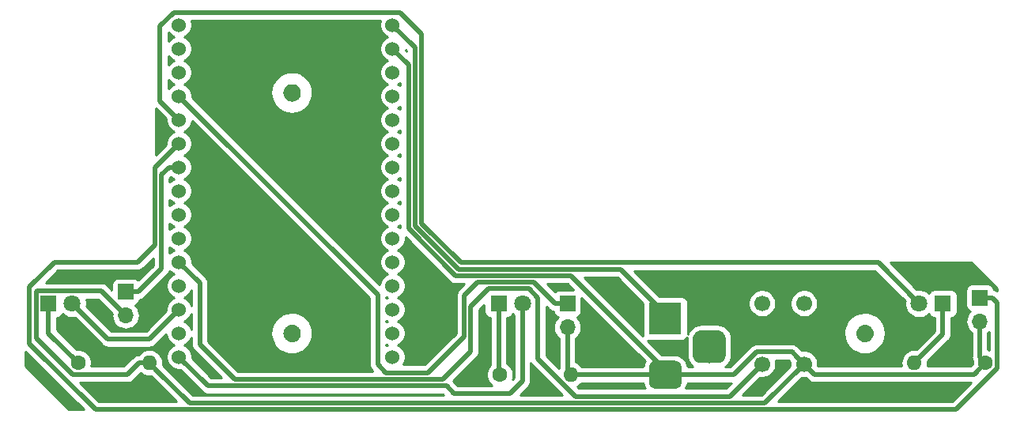
<source format=gbr>
G04 #@! TF.GenerationSoftware,KiCad,Pcbnew,(5.1.2)-1*
G04 #@! TF.CreationDate,2019-06-03T22:16:33-03:00*
G04 #@! TF.ProjectId,Eletr_nica,456c6574-72f4-46e6-9963-612e6b696361,rev?*
G04 #@! TF.SameCoordinates,Original*
G04 #@! TF.FileFunction,Copper,L2,Bot*
G04 #@! TF.FilePolarity,Positive*
%FSLAX46Y46*%
G04 Gerber Fmt 4.6, Leading zero omitted, Abs format (unit mm)*
G04 Created by KiCad (PCBNEW (5.1.2)-1) date 2019-06-03 22:16:33*
%MOMM*%
%LPD*%
G04 APERTURE LIST*
%ADD10C,1.800000*%
%ADD11R,1.800000X1.800000*%
%ADD12R,3.500000X3.500000*%
%ADD13C,0.100000*%
%ADD14C,3.000000*%
%ADD15C,3.500000*%
%ADD16R,1.700000X1.700000*%
%ADD17O,1.700000X1.700000*%
%ADD18C,1.600000*%
%ADD19O,1.600000X1.600000*%
%ADD20C,1.700000*%
%ADD21C,1.524000*%
%ADD22C,0.500000*%
%ADD23C,0.254000*%
G04 APERTURE END LIST*
D10*
X183388000Y-118110000D03*
D11*
X185928000Y-118110000D03*
X138361500Y-118110000D03*
D10*
X140901500Y-118110000D03*
D12*
X156210000Y-119730000D03*
D13*
G36*
X157283513Y-124233611D02*
G01*
X157356318Y-124244411D01*
X157427714Y-124262295D01*
X157497013Y-124287090D01*
X157563548Y-124318559D01*
X157626678Y-124356398D01*
X157685795Y-124400242D01*
X157740330Y-124449670D01*
X157789758Y-124504205D01*
X157833602Y-124563322D01*
X157871441Y-124626452D01*
X157902910Y-124692987D01*
X157927705Y-124762286D01*
X157945589Y-124833682D01*
X157956389Y-124906487D01*
X157960000Y-124980000D01*
X157960000Y-126480000D01*
X157956389Y-126553513D01*
X157945589Y-126626318D01*
X157927705Y-126697714D01*
X157902910Y-126767013D01*
X157871441Y-126833548D01*
X157833602Y-126896678D01*
X157789758Y-126955795D01*
X157740330Y-127010330D01*
X157685795Y-127059758D01*
X157626678Y-127103602D01*
X157563548Y-127141441D01*
X157497013Y-127172910D01*
X157427714Y-127197705D01*
X157356318Y-127215589D01*
X157283513Y-127226389D01*
X157210000Y-127230000D01*
X155210000Y-127230000D01*
X155136487Y-127226389D01*
X155063682Y-127215589D01*
X154992286Y-127197705D01*
X154922987Y-127172910D01*
X154856452Y-127141441D01*
X154793322Y-127103602D01*
X154734205Y-127059758D01*
X154679670Y-127010330D01*
X154630242Y-126955795D01*
X154586398Y-126896678D01*
X154548559Y-126833548D01*
X154517090Y-126767013D01*
X154492295Y-126697714D01*
X154474411Y-126626318D01*
X154463611Y-126553513D01*
X154460000Y-126480000D01*
X154460000Y-124980000D01*
X154463611Y-124906487D01*
X154474411Y-124833682D01*
X154492295Y-124762286D01*
X154517090Y-124692987D01*
X154548559Y-124626452D01*
X154586398Y-124563322D01*
X154630242Y-124504205D01*
X154679670Y-124449670D01*
X154734205Y-124400242D01*
X154793322Y-124356398D01*
X154856452Y-124318559D01*
X154922987Y-124287090D01*
X154992286Y-124262295D01*
X155063682Y-124244411D01*
X155136487Y-124233611D01*
X155210000Y-124230000D01*
X157210000Y-124230000D01*
X157283513Y-124233611D01*
X157283513Y-124233611D01*
G37*
D14*
X156210000Y-125730000D03*
D13*
G36*
X161870765Y-120984213D02*
G01*
X161955704Y-120996813D01*
X162038999Y-121017677D01*
X162119848Y-121046605D01*
X162197472Y-121083319D01*
X162271124Y-121127464D01*
X162340094Y-121178616D01*
X162403718Y-121236282D01*
X162461384Y-121299906D01*
X162512536Y-121368876D01*
X162556681Y-121442528D01*
X162593395Y-121520152D01*
X162622323Y-121601001D01*
X162643187Y-121684296D01*
X162655787Y-121769235D01*
X162660000Y-121855000D01*
X162660000Y-123605000D01*
X162655787Y-123690765D01*
X162643187Y-123775704D01*
X162622323Y-123858999D01*
X162593395Y-123939848D01*
X162556681Y-124017472D01*
X162512536Y-124091124D01*
X162461384Y-124160094D01*
X162403718Y-124223718D01*
X162340094Y-124281384D01*
X162271124Y-124332536D01*
X162197472Y-124376681D01*
X162119848Y-124413395D01*
X162038999Y-124442323D01*
X161955704Y-124463187D01*
X161870765Y-124475787D01*
X161785000Y-124480000D01*
X160035000Y-124480000D01*
X159949235Y-124475787D01*
X159864296Y-124463187D01*
X159781001Y-124442323D01*
X159700152Y-124413395D01*
X159622528Y-124376681D01*
X159548876Y-124332536D01*
X159479906Y-124281384D01*
X159416282Y-124223718D01*
X159358616Y-124160094D01*
X159307464Y-124091124D01*
X159263319Y-124017472D01*
X159226605Y-123939848D01*
X159197677Y-123858999D01*
X159176813Y-123775704D01*
X159164213Y-123690765D01*
X159160000Y-123605000D01*
X159160000Y-121855000D01*
X159164213Y-121769235D01*
X159176813Y-121684296D01*
X159197677Y-121601001D01*
X159226605Y-121520152D01*
X159263319Y-121442528D01*
X159307464Y-121368876D01*
X159358616Y-121299906D01*
X159416282Y-121236282D01*
X159479906Y-121178616D01*
X159548876Y-121127464D01*
X159622528Y-121083319D01*
X159700152Y-121046605D01*
X159781001Y-121017677D01*
X159864296Y-120996813D01*
X159949235Y-120984213D01*
X160035000Y-120980000D01*
X161785000Y-120980000D01*
X161870765Y-120984213D01*
X161870765Y-120984213D01*
G37*
D15*
X160910000Y-122730000D03*
D11*
X90170000Y-118110000D03*
D10*
X92710000Y-118110000D03*
D16*
X189865000Y-117475000D03*
D17*
X189865000Y-120015000D03*
X98425000Y-119380000D03*
D16*
X98425000Y-116840000D03*
D18*
X138493500Y-125730000D03*
D19*
X146113500Y-125730000D03*
D18*
X93345000Y-124460000D03*
D19*
X100965000Y-124460000D03*
D20*
X171060500Y-118087000D03*
X171060500Y-124587000D03*
X166560500Y-118087000D03*
X166560500Y-124587000D03*
D18*
X190500000Y-124460000D03*
D19*
X182880000Y-124460000D03*
D17*
X145732500Y-120650000D03*
D16*
X145732500Y-118110000D03*
D21*
X127000000Y-121285000D03*
X127000000Y-118745000D03*
X127000000Y-116205000D03*
X127000000Y-113665000D03*
X127000000Y-111125000D03*
X127000000Y-108585000D03*
X127000000Y-106045000D03*
X127000000Y-103505000D03*
X127000000Y-100965000D03*
X127000000Y-98425000D03*
X127000000Y-95885000D03*
X127000000Y-93345000D03*
X127000000Y-90805000D03*
X127000000Y-88265000D03*
X104140000Y-121285000D03*
X104140000Y-118745000D03*
X104140000Y-116205000D03*
X104140000Y-113665000D03*
X104140000Y-111125000D03*
X104140000Y-108585000D03*
X104140000Y-106045000D03*
X104140000Y-103505000D03*
X104140000Y-100965000D03*
X104140000Y-98425000D03*
X104140000Y-95885000D03*
X104140000Y-93345000D03*
X104140000Y-90805000D03*
X104140000Y-88265000D03*
X127000000Y-123825000D03*
X104140000Y-123825000D03*
D22*
X185928000Y-121412000D02*
X182880000Y-124460000D01*
X185928000Y-118110000D02*
X185928000Y-121412000D01*
X103378001Y-97663001D02*
X104140000Y-98425000D01*
X179008010Y-113730010D02*
X134330046Y-113730010D01*
X183388000Y-118110000D02*
X179008010Y-113730010D01*
X134330046Y-113730010D02*
X130109990Y-109509954D01*
X103570010Y-86929990D02*
X102108000Y-88392000D01*
X127850025Y-86929990D02*
X103570010Y-86929990D01*
X102108000Y-96393000D02*
X103378001Y-97663001D01*
X102108000Y-88392000D02*
X102108000Y-96393000D01*
X130109990Y-89189955D02*
X127850025Y-86929990D01*
X130109990Y-109509954D02*
X130109990Y-89189955D01*
X104140000Y-123825000D02*
X107246968Y-126931968D01*
X140901500Y-125481000D02*
X140901500Y-118110000D01*
X140901500Y-125481000D02*
X140901500Y-126433500D01*
X140901500Y-126433500D02*
X139573000Y-127762000D01*
X133604000Y-127762000D02*
X132773968Y-126931968D01*
X139573000Y-127762000D02*
X133604000Y-127762000D01*
X107246968Y-126931968D02*
X132773968Y-126931968D01*
X138361500Y-125598000D02*
X138493500Y-125730000D01*
X138361500Y-118110000D02*
X138361500Y-125598000D01*
X90170000Y-118110000D02*
X90170000Y-121285000D01*
X90170000Y-121285000D02*
X93345000Y-124460000D01*
X96520000Y-121920000D02*
X100965000Y-121920000D01*
X100965000Y-121920000D02*
X104140000Y-118745000D01*
X92710000Y-118110000D02*
X96520000Y-121920000D01*
X129409978Y-90674978D02*
X129409979Y-109799908D01*
X127000000Y-88265000D02*
X129409978Y-90674978D01*
X129409979Y-109799908D02*
X134040092Y-114430021D01*
X134040092Y-114430021D02*
X151418021Y-114430021D01*
X151418021Y-114430021D02*
X156210000Y-119222000D01*
X145732500Y-125349000D02*
X146113500Y-125730000D01*
X189865000Y-123825000D02*
X190500000Y-124460000D01*
X189865000Y-120015000D02*
X189865000Y-123825000D01*
X166872521Y-128774979D02*
X163255479Y-128774979D01*
X171060500Y-124587000D02*
X166872521Y-128774979D01*
X145732500Y-120650000D02*
X145732500Y-125349000D01*
X163255479Y-128774979D02*
X105279979Y-128774979D01*
X92744999Y-125710001D02*
X88819999Y-121785001D01*
X88819999Y-121785001D02*
X88819999Y-116849999D01*
X88909999Y-116759999D02*
X95804999Y-116759999D01*
X88819999Y-116849999D02*
X88909999Y-116759999D01*
X97575001Y-118530001D02*
X98425000Y-119380000D01*
X95804999Y-116759999D02*
X97575001Y-118530001D01*
X98583629Y-125710001D02*
X92744999Y-125710001D01*
X101764999Y-125259999D02*
X100965000Y-124460000D01*
X105279979Y-128774979D02*
X101764999Y-125259999D01*
X100965000Y-124460000D02*
X99833630Y-124460000D01*
X99833630Y-124460000D02*
X98583629Y-125710001D01*
X165955501Y-123286999D02*
X169760499Y-123286999D01*
X163512500Y-125730000D02*
X165955501Y-123286999D01*
X169760499Y-123286999D02*
X170210501Y-123737001D01*
X170210501Y-123737001D02*
X171060500Y-124587000D01*
X172183501Y-125710001D02*
X171060500Y-124587000D01*
X190500000Y-124460000D02*
X189249999Y-125710001D01*
X150427080Y-125730000D02*
X156210000Y-125730000D01*
X156210000Y-125730000D02*
X163512500Y-125730000D01*
X189249999Y-125710001D02*
X172183501Y-125710001D01*
X128709969Y-92514969D02*
X128709969Y-110089862D01*
X127000000Y-90805000D02*
X128709969Y-92514969D01*
X128709969Y-110089862D02*
X133750139Y-115130032D01*
X146118032Y-115130032D02*
X156210000Y-125222000D01*
X146118032Y-115130032D02*
X133750139Y-115130032D01*
X150427080Y-125730000D02*
X146113500Y-125730000D01*
X102235000Y-114380000D02*
X99775000Y-116840000D01*
X99775000Y-116840000D02*
X98425000Y-116840000D01*
X102235000Y-104332370D02*
X102235000Y-114380000D01*
X103062370Y-103505000D02*
X102235000Y-104332370D01*
X104140000Y-103505000D02*
X103062370Y-103505000D01*
X144382500Y-118110000D02*
X145732500Y-118110000D01*
X142102543Y-115830043D02*
X144382500Y-118110000D01*
X136074457Y-115830043D02*
X142102543Y-115830043D01*
X125401770Y-117146770D02*
X125401770Y-124621486D01*
X125401770Y-124621486D02*
X126312230Y-125531946D01*
X126312230Y-125531946D02*
X130799270Y-125531946D01*
X104140000Y-95885000D02*
X125401770Y-117146770D01*
X130799270Y-125531946D02*
X134683500Y-121647716D01*
X134683500Y-117221000D02*
X136074457Y-115830043D01*
X134683500Y-121647716D02*
X134683500Y-117221000D01*
X88119988Y-116350012D02*
X88119988Y-122409988D01*
X95184990Y-129474990D02*
X187289045Y-129474990D01*
X90805000Y-113665000D02*
X88119988Y-116350012D01*
X99695000Y-113665000D02*
X90805000Y-113665000D01*
X187289045Y-129474990D02*
X191750001Y-125014034D01*
X191215000Y-117475000D02*
X189865000Y-117475000D01*
X101534989Y-111825011D02*
X99695000Y-113665000D01*
X104140000Y-100965000D02*
X101534989Y-103570011D01*
X191750001Y-118010001D02*
X191215000Y-117475000D01*
X101534989Y-103570011D02*
X101534989Y-111825011D01*
X88119988Y-122409988D02*
X95184990Y-129474990D01*
X191750001Y-125014034D02*
X191750001Y-118010001D01*
X163072532Y-128074968D02*
X166560500Y-124587000D01*
X146608466Y-128074968D02*
X163072532Y-128074968D01*
X142557500Y-124024002D02*
X146608466Y-128074968D01*
X141612554Y-116530054D02*
X142557500Y-117475000D01*
X137297730Y-116530054D02*
X141612554Y-116530054D01*
X106362500Y-115887500D02*
X106362500Y-122491500D01*
X104140000Y-113665000D02*
X106362500Y-115887500D01*
X106362500Y-122491500D02*
X110102957Y-126231957D01*
X135383511Y-118444273D02*
X137297730Y-116530054D01*
X110102957Y-126231957D02*
X132377508Y-126231957D01*
X142557500Y-117475000D02*
X142557500Y-124024002D01*
X132377508Y-126231957D02*
X135383511Y-123225954D01*
X135383511Y-123225954D02*
X135383511Y-118444273D01*
D23*
G36*
X93923421Y-129465000D02*
G01*
X92369091Y-129465000D01*
X87705000Y-124800909D01*
X87705000Y-123246578D01*
X93923421Y-129465000D01*
X93923421Y-129465000D01*
G37*
X93923421Y-129465000D02*
X92369091Y-129465000D01*
X87705000Y-124800909D01*
X87705000Y-123246578D01*
X93923421Y-129465000D01*
G36*
X171526971Y-126305050D02*
G01*
X171554684Y-126338818D01*
X171588452Y-126366531D01*
X171588454Y-126366533D01*
X171635871Y-126405447D01*
X171689442Y-126449412D01*
X171843188Y-126531590D01*
X172010011Y-126582196D01*
X172140024Y-126595001D01*
X172140034Y-126595001D01*
X172183500Y-126599282D01*
X172226966Y-126595001D01*
X188917455Y-126595001D01*
X186922467Y-128589990D01*
X168309088Y-128589990D01*
X170841540Y-126057539D01*
X170914240Y-126072000D01*
X171206760Y-126072000D01*
X171279460Y-126057539D01*
X171526971Y-126305050D01*
X171526971Y-126305050D01*
G37*
X171526971Y-126305050D02*
X171554684Y-126338818D01*
X171588452Y-126366531D01*
X171588454Y-126366533D01*
X171635871Y-126405447D01*
X171689442Y-126449412D01*
X171843188Y-126531590D01*
X172010011Y-126582196D01*
X172140024Y-126595001D01*
X172140034Y-126595001D01*
X172183500Y-126599282D01*
X172226966Y-126595001D01*
X188917455Y-126595001D01*
X186922467Y-128589990D01*
X168309088Y-128589990D01*
X170841540Y-126057539D01*
X170914240Y-126072000D01*
X171206760Y-126072000D01*
X171279460Y-126057539D01*
X171526971Y-126305050D01*
G36*
X100163899Y-125658932D02*
G01*
X100413192Y-125792182D01*
X100683691Y-125874236D01*
X100894508Y-125895000D01*
X101035492Y-125895000D01*
X101138296Y-125884875D01*
X101169952Y-125916531D01*
X101169957Y-125916535D01*
X103843411Y-128589990D01*
X95551569Y-128589990D01*
X93556580Y-126595001D01*
X98540160Y-126595001D01*
X98583629Y-126599282D01*
X98627098Y-126595001D01*
X98627106Y-126595001D01*
X98757119Y-126582196D01*
X98923942Y-126531590D01*
X99077688Y-126449412D01*
X99212446Y-126338818D01*
X99240163Y-126305045D01*
X100011416Y-125533793D01*
X100163899Y-125658932D01*
X100163899Y-125658932D01*
G37*
X100163899Y-125658932D02*
X100413192Y-125792182D01*
X100683691Y-125874236D01*
X100894508Y-125895000D01*
X101035492Y-125895000D01*
X101138296Y-125884875D01*
X101169952Y-125916531D01*
X101169957Y-125916535D01*
X103843411Y-128589990D01*
X95551569Y-128589990D01*
X93556580Y-126595001D01*
X98540160Y-126595001D01*
X98583629Y-126599282D01*
X98627098Y-126595001D01*
X98627106Y-126595001D01*
X98757119Y-126582196D01*
X98923942Y-126531590D01*
X99077688Y-126449412D01*
X99212446Y-126338818D01*
X99240163Y-126305045D01*
X100011416Y-125533793D01*
X100163899Y-125658932D01*
G36*
X141818090Y-124518061D02*
G01*
X141900968Y-124619048D01*
X141900971Y-124619051D01*
X141928684Y-124652819D01*
X141962451Y-124680532D01*
X145171898Y-127889979D01*
X140696599Y-127889979D01*
X141496549Y-127090030D01*
X141530317Y-127062317D01*
X141561659Y-127024128D01*
X141640911Y-126927559D01*
X141723088Y-126773814D01*
X141723089Y-126773813D01*
X141773695Y-126606990D01*
X141786500Y-126476977D01*
X141786500Y-126476969D01*
X141790781Y-126433500D01*
X141786500Y-126390031D01*
X141786500Y-124458960D01*
X141818090Y-124518061D01*
X141818090Y-124518061D01*
G37*
X141818090Y-124518061D02*
X141900968Y-124619048D01*
X141900971Y-124619051D01*
X141928684Y-124652819D01*
X141962451Y-124680532D01*
X145171898Y-127889979D01*
X140696599Y-127889979D01*
X141496549Y-127090030D01*
X141530317Y-127062317D01*
X141561659Y-127024128D01*
X141640911Y-126927559D01*
X141723088Y-126773814D01*
X141723089Y-126773813D01*
X141773695Y-126606990D01*
X141786500Y-126476977D01*
X141786500Y-126476969D01*
X141790781Y-126433500D01*
X141786500Y-126390031D01*
X141786500Y-124458960D01*
X141818090Y-124518061D01*
G36*
X169589961Y-124368039D02*
G01*
X169575500Y-124440740D01*
X169575500Y-124733260D01*
X169589961Y-124805960D01*
X166505943Y-127889979D01*
X164509099Y-127889979D01*
X166341540Y-126057539D01*
X166414240Y-126072000D01*
X166706760Y-126072000D01*
X166993658Y-126014932D01*
X167263911Y-125902990D01*
X167507132Y-125740475D01*
X167713975Y-125533632D01*
X167876490Y-125290411D01*
X167988432Y-125020158D01*
X168045500Y-124733260D01*
X168045500Y-124440740D01*
X167992044Y-124171999D01*
X169393921Y-124171999D01*
X169589961Y-124368039D01*
X169589961Y-124368039D01*
G37*
X169589961Y-124368039D02*
X169575500Y-124440740D01*
X169575500Y-124733260D01*
X169589961Y-124805960D01*
X166505943Y-127889979D01*
X164509099Y-127889979D01*
X166341540Y-126057539D01*
X166414240Y-126072000D01*
X166706760Y-126072000D01*
X166993658Y-126014932D01*
X167263911Y-125902990D01*
X167507132Y-125740475D01*
X167713975Y-125533632D01*
X167876490Y-125290411D01*
X167988432Y-125020158D01*
X168045500Y-124733260D01*
X168045500Y-124440740D01*
X167992044Y-124171999D01*
X169393921Y-124171999D01*
X169589961Y-124368039D01*
G36*
X91731495Y-119302312D02*
G01*
X91982905Y-119470299D01*
X92262257Y-119586011D01*
X92558816Y-119645000D01*
X92861184Y-119645000D01*
X92971482Y-119623060D01*
X95863470Y-122515049D01*
X95891183Y-122548817D01*
X95924951Y-122576530D01*
X95924953Y-122576532D01*
X96025941Y-122659411D01*
X96179686Y-122741589D01*
X96346510Y-122792195D01*
X96476523Y-122805000D01*
X96476531Y-122805000D01*
X96520000Y-122809281D01*
X96563469Y-122805000D01*
X100921531Y-122805000D01*
X100965000Y-122809281D01*
X101008469Y-122805000D01*
X101008477Y-122805000D01*
X101138490Y-122792195D01*
X101305313Y-122741589D01*
X101459059Y-122659411D01*
X101593817Y-122548817D01*
X101621534Y-122515044D01*
X102743000Y-121393578D01*
X102743000Y-121422592D01*
X102796686Y-121692490D01*
X102901995Y-121946727D01*
X103054880Y-122175535D01*
X103249465Y-122370120D01*
X103478273Y-122523005D01*
X103555515Y-122555000D01*
X103478273Y-122586995D01*
X103249465Y-122739880D01*
X103054880Y-122934465D01*
X102901995Y-123163273D01*
X102796686Y-123417510D01*
X102743000Y-123687408D01*
X102743000Y-123962592D01*
X102796686Y-124232490D01*
X102901995Y-124486727D01*
X103054880Y-124715535D01*
X103249465Y-124910120D01*
X103478273Y-125063005D01*
X103732510Y-125168314D01*
X104002408Y-125222000D01*
X104277592Y-125222000D01*
X104284123Y-125220701D01*
X106590438Y-127527017D01*
X106618151Y-127560785D01*
X106651919Y-127588498D01*
X106651921Y-127588500D01*
X106723420Y-127647178D01*
X106752909Y-127671379D01*
X106906655Y-127753557D01*
X107073478Y-127804163D01*
X107203491Y-127816968D01*
X107203501Y-127816968D01*
X107246967Y-127821249D01*
X107290433Y-127816968D01*
X132407390Y-127816968D01*
X132480401Y-127889979D01*
X105646558Y-127889979D01*
X102421535Y-124664957D01*
X102421531Y-124664952D01*
X102389875Y-124633296D01*
X102406943Y-124460000D01*
X102379236Y-124178691D01*
X102297182Y-123908192D01*
X102163932Y-123658899D01*
X101984608Y-123440392D01*
X101766101Y-123261068D01*
X101516808Y-123127818D01*
X101246309Y-123045764D01*
X101035492Y-123025000D01*
X100894508Y-123025000D01*
X100683691Y-123045764D01*
X100413192Y-123127818D01*
X100163899Y-123261068D01*
X99945392Y-123440392D01*
X99838076Y-123571157D01*
X99833629Y-123570719D01*
X99790163Y-123575000D01*
X99790153Y-123575000D01*
X99660140Y-123587805D01*
X99493317Y-123638411D01*
X99339571Y-123720589D01*
X99339569Y-123720590D01*
X99339570Y-123720590D01*
X99238583Y-123803468D01*
X99238581Y-123803470D01*
X99204813Y-123831183D01*
X99177100Y-123864951D01*
X98217051Y-124825001D01*
X94735509Y-124825001D01*
X94780000Y-124601335D01*
X94780000Y-124318665D01*
X94724853Y-124041426D01*
X94616680Y-123780273D01*
X94459637Y-123545241D01*
X94259759Y-123345363D01*
X94024727Y-123188320D01*
X93763574Y-123080147D01*
X93486335Y-123025000D01*
X93203665Y-123025000D01*
X93168561Y-123031983D01*
X91055000Y-120918422D01*
X91055000Y-119648072D01*
X91070000Y-119648072D01*
X91194482Y-119635812D01*
X91314180Y-119599502D01*
X91424494Y-119540537D01*
X91521185Y-119461185D01*
X91600537Y-119364494D01*
X91659502Y-119254180D01*
X91665056Y-119235873D01*
X91731495Y-119302312D01*
X91731495Y-119302312D01*
G37*
X91731495Y-119302312D02*
X91982905Y-119470299D01*
X92262257Y-119586011D01*
X92558816Y-119645000D01*
X92861184Y-119645000D01*
X92971482Y-119623060D01*
X95863470Y-122515049D01*
X95891183Y-122548817D01*
X95924951Y-122576530D01*
X95924953Y-122576532D01*
X96025941Y-122659411D01*
X96179686Y-122741589D01*
X96346510Y-122792195D01*
X96476523Y-122805000D01*
X96476531Y-122805000D01*
X96520000Y-122809281D01*
X96563469Y-122805000D01*
X100921531Y-122805000D01*
X100965000Y-122809281D01*
X101008469Y-122805000D01*
X101008477Y-122805000D01*
X101138490Y-122792195D01*
X101305313Y-122741589D01*
X101459059Y-122659411D01*
X101593817Y-122548817D01*
X101621534Y-122515044D01*
X102743000Y-121393578D01*
X102743000Y-121422592D01*
X102796686Y-121692490D01*
X102901995Y-121946727D01*
X103054880Y-122175535D01*
X103249465Y-122370120D01*
X103478273Y-122523005D01*
X103555515Y-122555000D01*
X103478273Y-122586995D01*
X103249465Y-122739880D01*
X103054880Y-122934465D01*
X102901995Y-123163273D01*
X102796686Y-123417510D01*
X102743000Y-123687408D01*
X102743000Y-123962592D01*
X102796686Y-124232490D01*
X102901995Y-124486727D01*
X103054880Y-124715535D01*
X103249465Y-124910120D01*
X103478273Y-125063005D01*
X103732510Y-125168314D01*
X104002408Y-125222000D01*
X104277592Y-125222000D01*
X104284123Y-125220701D01*
X106590438Y-127527017D01*
X106618151Y-127560785D01*
X106651919Y-127588498D01*
X106651921Y-127588500D01*
X106723420Y-127647178D01*
X106752909Y-127671379D01*
X106906655Y-127753557D01*
X107073478Y-127804163D01*
X107203491Y-127816968D01*
X107203501Y-127816968D01*
X107246967Y-127821249D01*
X107290433Y-127816968D01*
X132407390Y-127816968D01*
X132480401Y-127889979D01*
X105646558Y-127889979D01*
X102421535Y-124664957D01*
X102421531Y-124664952D01*
X102389875Y-124633296D01*
X102406943Y-124460000D01*
X102379236Y-124178691D01*
X102297182Y-123908192D01*
X102163932Y-123658899D01*
X101984608Y-123440392D01*
X101766101Y-123261068D01*
X101516808Y-123127818D01*
X101246309Y-123045764D01*
X101035492Y-123025000D01*
X100894508Y-123025000D01*
X100683691Y-123045764D01*
X100413192Y-123127818D01*
X100163899Y-123261068D01*
X99945392Y-123440392D01*
X99838076Y-123571157D01*
X99833629Y-123570719D01*
X99790163Y-123575000D01*
X99790153Y-123575000D01*
X99660140Y-123587805D01*
X99493317Y-123638411D01*
X99339571Y-123720589D01*
X99339569Y-123720590D01*
X99339570Y-123720590D01*
X99238583Y-123803468D01*
X99238581Y-123803470D01*
X99204813Y-123831183D01*
X99177100Y-123864951D01*
X98217051Y-124825001D01*
X94735509Y-124825001D01*
X94780000Y-124601335D01*
X94780000Y-124318665D01*
X94724853Y-124041426D01*
X94616680Y-123780273D01*
X94459637Y-123545241D01*
X94259759Y-123345363D01*
X94024727Y-123188320D01*
X93763574Y-123080147D01*
X93486335Y-123025000D01*
X93203665Y-123025000D01*
X93168561Y-123031983D01*
X91055000Y-120918422D01*
X91055000Y-119648072D01*
X91070000Y-119648072D01*
X91194482Y-119635812D01*
X91314180Y-119599502D01*
X91424494Y-119540537D01*
X91521185Y-119461185D01*
X91600537Y-119364494D01*
X91659502Y-119254180D01*
X91665056Y-119235873D01*
X91731495Y-119302312D01*
G36*
X153848599Y-126750799D02*
G01*
X153927589Y-127011192D01*
X154023146Y-127189968D01*
X146975045Y-127189968D01*
X146783881Y-126998804D01*
X146914601Y-126928932D01*
X147133108Y-126749608D01*
X147243578Y-126615000D01*
X153835224Y-126615000D01*
X153848599Y-126750799D01*
X153848599Y-126750799D01*
G37*
X153848599Y-126750799D02*
X153927589Y-127011192D01*
X154023146Y-127189968D01*
X146975045Y-127189968D01*
X146783881Y-126998804D01*
X146914601Y-126928932D01*
X147133108Y-126749608D01*
X147243578Y-126615000D01*
X153835224Y-126615000D01*
X153848599Y-126750799D01*
G36*
X162705954Y-127189968D02*
G01*
X158396854Y-127189968D01*
X158492411Y-127011192D01*
X158571401Y-126750799D01*
X158584776Y-126615000D01*
X163280922Y-126615000D01*
X162705954Y-127189968D01*
X162705954Y-127189968D01*
G37*
X162705954Y-127189968D02*
X158396854Y-127189968D01*
X158492411Y-127011192D01*
X158571401Y-126750799D01*
X158584776Y-126615000D01*
X163280922Y-126615000D01*
X162705954Y-127189968D01*
G36*
X136823428Y-119010000D02*
G01*
X136835688Y-119134482D01*
X136871998Y-119254180D01*
X136930963Y-119364494D01*
X137010315Y-119461185D01*
X137107006Y-119540537D01*
X137217320Y-119599502D01*
X137337018Y-119635812D01*
X137461500Y-119648072D01*
X137476500Y-119648072D01*
X137476501Y-124717603D01*
X137378863Y-124815241D01*
X137221820Y-125050273D01*
X137113647Y-125311426D01*
X137058500Y-125588665D01*
X137058500Y-125871335D01*
X137113647Y-126148574D01*
X137221820Y-126409727D01*
X137378863Y-126644759D01*
X137578741Y-126844637D01*
X137627176Y-126877000D01*
X133970579Y-126877000D01*
X133477311Y-126383733D01*
X135978561Y-123882483D01*
X136012328Y-123854771D01*
X136072823Y-123781059D01*
X136122921Y-123720014D01*
X136122922Y-123720013D01*
X136205100Y-123566267D01*
X136255706Y-123399444D01*
X136268511Y-123269431D01*
X136268511Y-123269421D01*
X136272792Y-123225955D01*
X136268511Y-123182489D01*
X136268511Y-118810851D01*
X136823428Y-118255934D01*
X136823428Y-119010000D01*
X136823428Y-119010000D01*
G37*
X136823428Y-119010000D02*
X136835688Y-119134482D01*
X136871998Y-119254180D01*
X136930963Y-119364494D01*
X137010315Y-119461185D01*
X137107006Y-119540537D01*
X137217320Y-119599502D01*
X137337018Y-119635812D01*
X137461500Y-119648072D01*
X137476500Y-119648072D01*
X137476501Y-124717603D01*
X137378863Y-124815241D01*
X137221820Y-125050273D01*
X137113647Y-125311426D01*
X137058500Y-125588665D01*
X137058500Y-125871335D01*
X137113647Y-126148574D01*
X137221820Y-126409727D01*
X137378863Y-126644759D01*
X137578741Y-126844637D01*
X137627176Y-126877000D01*
X133970579Y-126877000D01*
X133477311Y-126383733D01*
X135978561Y-123882483D01*
X136012328Y-123854771D01*
X136072823Y-123781059D01*
X136122921Y-123720014D01*
X136122922Y-123720013D01*
X136205100Y-123566267D01*
X136255706Y-123399444D01*
X136268511Y-123269431D01*
X136268511Y-123269421D01*
X136272792Y-123225955D01*
X136268511Y-123182489D01*
X136268511Y-118810851D01*
X136823428Y-118255934D01*
X136823428Y-119010000D01*
G36*
X139922995Y-119302312D02*
G01*
X140016501Y-119364791D01*
X140016500Y-125437523D01*
X140016500Y-125437524D01*
X140016501Y-126066921D01*
X139829870Y-126253551D01*
X139873353Y-126148574D01*
X139928500Y-125871335D01*
X139928500Y-125588665D01*
X139873353Y-125311426D01*
X139765180Y-125050273D01*
X139608137Y-124815241D01*
X139408259Y-124615363D01*
X139246500Y-124507279D01*
X139246500Y-119648072D01*
X139261500Y-119648072D01*
X139385982Y-119635812D01*
X139505680Y-119599502D01*
X139615994Y-119540537D01*
X139712685Y-119461185D01*
X139792037Y-119364494D01*
X139851002Y-119254180D01*
X139856556Y-119235873D01*
X139922995Y-119302312D01*
X139922995Y-119302312D01*
G37*
X139922995Y-119302312D02*
X140016501Y-119364791D01*
X140016500Y-125437523D01*
X140016500Y-125437524D01*
X140016501Y-126066921D01*
X139829870Y-126253551D01*
X139873353Y-126148574D01*
X139928500Y-125871335D01*
X139928500Y-125588665D01*
X139873353Y-125311426D01*
X139765180Y-125050273D01*
X139608137Y-124815241D01*
X139408259Y-124615363D01*
X139246500Y-124507279D01*
X139246500Y-119648072D01*
X139261500Y-119648072D01*
X139385982Y-119635812D01*
X139505680Y-119599502D01*
X139615994Y-119540537D01*
X139712685Y-119461185D01*
X139792037Y-119364494D01*
X139851002Y-119254180D01*
X139856556Y-119235873D01*
X139922995Y-119302312D01*
G36*
X105477501Y-122448021D02*
G01*
X105473219Y-122491500D01*
X105490305Y-122664990D01*
X105540912Y-122831813D01*
X105623090Y-122985559D01*
X105705968Y-123086546D01*
X105705971Y-123086549D01*
X105733684Y-123120317D01*
X105767451Y-123148030D01*
X108666389Y-126046968D01*
X107613547Y-126046968D01*
X105535701Y-123969123D01*
X105537000Y-123962592D01*
X105537000Y-123687408D01*
X105483314Y-123417510D01*
X105378005Y-123163273D01*
X105225120Y-122934465D01*
X105030535Y-122739880D01*
X104801727Y-122586995D01*
X104724485Y-122555000D01*
X104801727Y-122523005D01*
X105030535Y-122370120D01*
X105225120Y-122175535D01*
X105378005Y-121946727D01*
X105477501Y-121706524D01*
X105477501Y-122448021D01*
X105477501Y-122448021D01*
G37*
X105477501Y-122448021D02*
X105473219Y-122491500D01*
X105490305Y-122664990D01*
X105540912Y-122831813D01*
X105623090Y-122985559D01*
X105705968Y-123086546D01*
X105705971Y-123086549D01*
X105733684Y-123120317D01*
X105767451Y-123148030D01*
X108666389Y-126046968D01*
X107613547Y-126046968D01*
X105535701Y-123969123D01*
X105537000Y-123962592D01*
X105537000Y-123687408D01*
X105483314Y-123417510D01*
X105378005Y-123163273D01*
X105225120Y-122934465D01*
X105030535Y-122739880D01*
X104801727Y-122586995D01*
X104724485Y-122555000D01*
X104801727Y-122523005D01*
X105030535Y-122370120D01*
X105225120Y-122175535D01*
X105378005Y-121946727D01*
X105477501Y-121706524D01*
X105477501Y-122448021D01*
G36*
X124516770Y-117513349D02*
G01*
X124516771Y-124578007D01*
X124512489Y-124621486D01*
X124529575Y-124794976D01*
X124580182Y-124961799D01*
X124662360Y-125115545D01*
X124745238Y-125216532D01*
X124745241Y-125216535D01*
X124772954Y-125250303D01*
X124806721Y-125278015D01*
X124875663Y-125346957D01*
X110469536Y-125346957D01*
X107247500Y-122124922D01*
X107247500Y-121316341D01*
X113960508Y-121316341D01*
X114009341Y-121751702D01*
X114141807Y-122169286D01*
X114352859Y-122553188D01*
X114634458Y-122888785D01*
X114975879Y-123163294D01*
X115364116Y-123366260D01*
X115784383Y-123489951D01*
X116220671Y-123529656D01*
X116656362Y-123483863D01*
X117074860Y-123354316D01*
X117460226Y-123145950D01*
X117797781Y-122866700D01*
X118074667Y-122527204D01*
X118280339Y-122140393D01*
X118406961Y-121721000D01*
X118449711Y-121285000D01*
X118448836Y-121222324D01*
X118393928Y-120787688D01*
X118255646Y-120371994D01*
X118039254Y-119991076D01*
X117752997Y-119659443D01*
X117407776Y-119389728D01*
X117016743Y-119192203D01*
X116594790Y-119074391D01*
X116157990Y-119040781D01*
X115722981Y-119092653D01*
X115306332Y-119228031D01*
X114923913Y-119441757D01*
X114590290Y-119725693D01*
X114318171Y-120069022D01*
X114117920Y-120458667D01*
X113997166Y-120879787D01*
X113960508Y-121316341D01*
X107247500Y-121316341D01*
X107247500Y-115930969D01*
X107251781Y-115887500D01*
X107247500Y-115844031D01*
X107247500Y-115844023D01*
X107234695Y-115714010D01*
X107213777Y-115645054D01*
X107184089Y-115547186D01*
X107101911Y-115393441D01*
X107019032Y-115292453D01*
X107019030Y-115292451D01*
X106991317Y-115258683D01*
X106957550Y-115230971D01*
X105535701Y-113809123D01*
X105537000Y-113802592D01*
X105537000Y-113527408D01*
X105483314Y-113257510D01*
X105378005Y-113003273D01*
X105225120Y-112774465D01*
X105030535Y-112579880D01*
X104801727Y-112426995D01*
X104724485Y-112395000D01*
X104801727Y-112363005D01*
X105030535Y-112210120D01*
X105225120Y-112015535D01*
X105378005Y-111786727D01*
X105483314Y-111532490D01*
X105537000Y-111262592D01*
X105537000Y-110987408D01*
X105483314Y-110717510D01*
X105378005Y-110463273D01*
X105225120Y-110234465D01*
X105030535Y-110039880D01*
X104801727Y-109886995D01*
X104724485Y-109855000D01*
X104801727Y-109823005D01*
X105030535Y-109670120D01*
X105225120Y-109475535D01*
X105378005Y-109246727D01*
X105483314Y-108992490D01*
X105537000Y-108722592D01*
X105537000Y-108447408D01*
X105483314Y-108177510D01*
X105378005Y-107923273D01*
X105225120Y-107694465D01*
X105030535Y-107499880D01*
X104801727Y-107346995D01*
X104724485Y-107315000D01*
X104801727Y-107283005D01*
X105030535Y-107130120D01*
X105225120Y-106935535D01*
X105378005Y-106706727D01*
X105483314Y-106452490D01*
X105537000Y-106182592D01*
X105537000Y-105907408D01*
X105483314Y-105637510D01*
X105378005Y-105383273D01*
X105225120Y-105154465D01*
X105030535Y-104959880D01*
X104801727Y-104806995D01*
X104724485Y-104775000D01*
X104801727Y-104743005D01*
X105030535Y-104590120D01*
X105225120Y-104395535D01*
X105378005Y-104166727D01*
X105483314Y-103912490D01*
X105537000Y-103642592D01*
X105537000Y-103367408D01*
X105483314Y-103097510D01*
X105378005Y-102843273D01*
X105225120Y-102614465D01*
X105030535Y-102419880D01*
X104801727Y-102266995D01*
X104724485Y-102235000D01*
X104801727Y-102203005D01*
X105030535Y-102050120D01*
X105225120Y-101855535D01*
X105378005Y-101626727D01*
X105483314Y-101372490D01*
X105537000Y-101102592D01*
X105537000Y-100827408D01*
X105483314Y-100557510D01*
X105378005Y-100303273D01*
X105225120Y-100074465D01*
X105030535Y-99879880D01*
X104801727Y-99726995D01*
X104724485Y-99695000D01*
X104801727Y-99663005D01*
X105030535Y-99510120D01*
X105225120Y-99315535D01*
X105378005Y-99086727D01*
X105483314Y-98832490D01*
X105537000Y-98562592D01*
X105537000Y-98533578D01*
X124516770Y-117513349D01*
X124516770Y-117513349D01*
G37*
X124516770Y-117513349D02*
X124516771Y-124578007D01*
X124512489Y-124621486D01*
X124529575Y-124794976D01*
X124580182Y-124961799D01*
X124662360Y-125115545D01*
X124745238Y-125216532D01*
X124745241Y-125216535D01*
X124772954Y-125250303D01*
X124806721Y-125278015D01*
X124875663Y-125346957D01*
X110469536Y-125346957D01*
X107247500Y-122124922D01*
X107247500Y-121316341D01*
X113960508Y-121316341D01*
X114009341Y-121751702D01*
X114141807Y-122169286D01*
X114352859Y-122553188D01*
X114634458Y-122888785D01*
X114975879Y-123163294D01*
X115364116Y-123366260D01*
X115784383Y-123489951D01*
X116220671Y-123529656D01*
X116656362Y-123483863D01*
X117074860Y-123354316D01*
X117460226Y-123145950D01*
X117797781Y-122866700D01*
X118074667Y-122527204D01*
X118280339Y-122140393D01*
X118406961Y-121721000D01*
X118449711Y-121285000D01*
X118448836Y-121222324D01*
X118393928Y-120787688D01*
X118255646Y-120371994D01*
X118039254Y-119991076D01*
X117752997Y-119659443D01*
X117407776Y-119389728D01*
X117016743Y-119192203D01*
X116594790Y-119074391D01*
X116157990Y-119040781D01*
X115722981Y-119092653D01*
X115306332Y-119228031D01*
X114923913Y-119441757D01*
X114590290Y-119725693D01*
X114318171Y-120069022D01*
X114117920Y-120458667D01*
X113997166Y-120879787D01*
X113960508Y-121316341D01*
X107247500Y-121316341D01*
X107247500Y-115930969D01*
X107251781Y-115887500D01*
X107247500Y-115844031D01*
X107247500Y-115844023D01*
X107234695Y-115714010D01*
X107213777Y-115645054D01*
X107184089Y-115547186D01*
X107101911Y-115393441D01*
X107019032Y-115292453D01*
X107019030Y-115292451D01*
X106991317Y-115258683D01*
X106957550Y-115230971D01*
X105535701Y-113809123D01*
X105537000Y-113802592D01*
X105537000Y-113527408D01*
X105483314Y-113257510D01*
X105378005Y-113003273D01*
X105225120Y-112774465D01*
X105030535Y-112579880D01*
X104801727Y-112426995D01*
X104724485Y-112395000D01*
X104801727Y-112363005D01*
X105030535Y-112210120D01*
X105225120Y-112015535D01*
X105378005Y-111786727D01*
X105483314Y-111532490D01*
X105537000Y-111262592D01*
X105537000Y-110987408D01*
X105483314Y-110717510D01*
X105378005Y-110463273D01*
X105225120Y-110234465D01*
X105030535Y-110039880D01*
X104801727Y-109886995D01*
X104724485Y-109855000D01*
X104801727Y-109823005D01*
X105030535Y-109670120D01*
X105225120Y-109475535D01*
X105378005Y-109246727D01*
X105483314Y-108992490D01*
X105537000Y-108722592D01*
X105537000Y-108447408D01*
X105483314Y-108177510D01*
X105378005Y-107923273D01*
X105225120Y-107694465D01*
X105030535Y-107499880D01*
X104801727Y-107346995D01*
X104724485Y-107315000D01*
X104801727Y-107283005D01*
X105030535Y-107130120D01*
X105225120Y-106935535D01*
X105378005Y-106706727D01*
X105483314Y-106452490D01*
X105537000Y-106182592D01*
X105537000Y-105907408D01*
X105483314Y-105637510D01*
X105378005Y-105383273D01*
X105225120Y-105154465D01*
X105030535Y-104959880D01*
X104801727Y-104806995D01*
X104724485Y-104775000D01*
X104801727Y-104743005D01*
X105030535Y-104590120D01*
X105225120Y-104395535D01*
X105378005Y-104166727D01*
X105483314Y-103912490D01*
X105537000Y-103642592D01*
X105537000Y-103367408D01*
X105483314Y-103097510D01*
X105378005Y-102843273D01*
X105225120Y-102614465D01*
X105030535Y-102419880D01*
X104801727Y-102266995D01*
X104724485Y-102235000D01*
X104801727Y-102203005D01*
X105030535Y-102050120D01*
X105225120Y-101855535D01*
X105378005Y-101626727D01*
X105483314Y-101372490D01*
X105537000Y-101102592D01*
X105537000Y-100827408D01*
X105483314Y-100557510D01*
X105378005Y-100303273D01*
X105225120Y-100074465D01*
X105030535Y-99879880D01*
X104801727Y-99726995D01*
X104724485Y-99695000D01*
X104801727Y-99663005D01*
X105030535Y-99510120D01*
X105225120Y-99315535D01*
X105378005Y-99086727D01*
X105483314Y-98832490D01*
X105537000Y-98562592D01*
X105537000Y-98533578D01*
X124516770Y-117513349D01*
G36*
X116366810Y-120496725D02*
G01*
X116516838Y-120543167D01*
X116654989Y-120617864D01*
X116775999Y-120717973D01*
X116875261Y-120839680D01*
X116948992Y-120978348D01*
X116994385Y-121128697D01*
X117009711Y-121285000D01*
X117009397Y-121307469D01*
X116989713Y-121463283D01*
X116940140Y-121612305D01*
X116862565Y-121748861D01*
X116759944Y-121867749D01*
X116636186Y-121964440D01*
X116496003Y-122035251D01*
X116344737Y-122077486D01*
X116188147Y-122089535D01*
X116032200Y-122070939D01*
X115882835Y-122022407D01*
X115745741Y-121945788D01*
X115626139Y-121843999D01*
X115528587Y-121720919D01*
X115456799Y-121581234D01*
X115413509Y-121430266D01*
X115400367Y-121273764D01*
X115417874Y-121117691D01*
X115465362Y-120967991D01*
X115541022Y-120830365D01*
X115641973Y-120710056D01*
X115764370Y-120611647D01*
X115903550Y-120538885D01*
X116054212Y-120494543D01*
X116210618Y-120480309D01*
X116366810Y-120496725D01*
X116366810Y-120496725D01*
G37*
X116366810Y-120496725D02*
X116516838Y-120543167D01*
X116654989Y-120617864D01*
X116775999Y-120717973D01*
X116875261Y-120839680D01*
X116948992Y-120978348D01*
X116994385Y-121128697D01*
X117009711Y-121285000D01*
X117009397Y-121307469D01*
X116989713Y-121463283D01*
X116940140Y-121612305D01*
X116862565Y-121748861D01*
X116759944Y-121867749D01*
X116636186Y-121964440D01*
X116496003Y-122035251D01*
X116344737Y-122077486D01*
X116188147Y-122089535D01*
X116032200Y-122070939D01*
X115882835Y-122022407D01*
X115745741Y-121945788D01*
X115626139Y-121843999D01*
X115528587Y-121720919D01*
X115456799Y-121581234D01*
X115413509Y-121430266D01*
X115400367Y-121273764D01*
X115417874Y-121117691D01*
X115465362Y-120967991D01*
X115541022Y-120830365D01*
X115641973Y-120710056D01*
X115764370Y-120611647D01*
X115903550Y-120538885D01*
X116054212Y-120494543D01*
X116210618Y-120480309D01*
X116366810Y-120496725D01*
G36*
X143725970Y-118705049D02*
G01*
X143753683Y-118738817D01*
X143787451Y-118766530D01*
X143787453Y-118766532D01*
X143809452Y-118784586D01*
X143888441Y-118849411D01*
X144042187Y-118931589D01*
X144209010Y-118982195D01*
X144246982Y-118985935D01*
X144256688Y-119084482D01*
X144292998Y-119204180D01*
X144351963Y-119314494D01*
X144431315Y-119411185D01*
X144528006Y-119490537D01*
X144638320Y-119549502D01*
X144707187Y-119570393D01*
X144677366Y-119594866D01*
X144491794Y-119820986D01*
X144353901Y-120078966D01*
X144268987Y-120358889D01*
X144240315Y-120650000D01*
X144268987Y-120941111D01*
X144353901Y-121221034D01*
X144491794Y-121479014D01*
X144677366Y-121705134D01*
X144847500Y-121844760D01*
X144847501Y-125054373D01*
X144844696Y-125059620D01*
X143442500Y-123657424D01*
X143442500Y-118421579D01*
X143725970Y-118705049D01*
X143725970Y-118705049D01*
G37*
X143725970Y-118705049D02*
X143753683Y-118738817D01*
X143787451Y-118766530D01*
X143787453Y-118766532D01*
X143809452Y-118784586D01*
X143888441Y-118849411D01*
X144042187Y-118931589D01*
X144209010Y-118982195D01*
X144246982Y-118985935D01*
X144256688Y-119084482D01*
X144292998Y-119204180D01*
X144351963Y-119314494D01*
X144431315Y-119411185D01*
X144528006Y-119490537D01*
X144638320Y-119549502D01*
X144707187Y-119570393D01*
X144677366Y-119594866D01*
X144491794Y-119820986D01*
X144353901Y-120078966D01*
X144268987Y-120358889D01*
X144240315Y-120650000D01*
X144268987Y-120941111D01*
X144353901Y-121221034D01*
X144491794Y-121479014D01*
X144677366Y-121705134D01*
X144847500Y-121844760D01*
X144847501Y-125054373D01*
X144844696Y-125059620D01*
X143442500Y-123657424D01*
X143442500Y-118421579D01*
X143725970Y-118705049D01*
G36*
X181874939Y-117848518D02*
G01*
X181853000Y-117958816D01*
X181853000Y-118261184D01*
X181911989Y-118557743D01*
X182027701Y-118837095D01*
X182195688Y-119088505D01*
X182409495Y-119302312D01*
X182660905Y-119470299D01*
X182940257Y-119586011D01*
X183236816Y-119645000D01*
X183539184Y-119645000D01*
X183835743Y-119586011D01*
X184115095Y-119470299D01*
X184366505Y-119302312D01*
X184432944Y-119235873D01*
X184438498Y-119254180D01*
X184497463Y-119364494D01*
X184576815Y-119461185D01*
X184673506Y-119540537D01*
X184783820Y-119599502D01*
X184903518Y-119635812D01*
X185028000Y-119648072D01*
X185043000Y-119648072D01*
X185043001Y-121045420D01*
X183053296Y-123035125D01*
X182950492Y-123025000D01*
X182809508Y-123025000D01*
X182598691Y-123045764D01*
X182328192Y-123127818D01*
X182078899Y-123261068D01*
X181860392Y-123440392D01*
X181681068Y-123658899D01*
X181547818Y-123908192D01*
X181465764Y-124178691D01*
X181438057Y-124460000D01*
X181465764Y-124741309D01*
X181491151Y-124825001D01*
X172550080Y-124825001D01*
X172531039Y-124805960D01*
X172545500Y-124733260D01*
X172545500Y-124440740D01*
X172488432Y-124153842D01*
X172376490Y-123883589D01*
X172213975Y-123640368D01*
X172007132Y-123433525D01*
X171763911Y-123271010D01*
X171493658Y-123159068D01*
X171206760Y-123102000D01*
X170914240Y-123102000D01*
X170841539Y-123116461D01*
X170417033Y-122691955D01*
X170389316Y-122658182D01*
X170254558Y-122547588D01*
X170100812Y-122465410D01*
X169933989Y-122414804D01*
X169803976Y-122401999D01*
X169803968Y-122401999D01*
X169760499Y-122397718D01*
X169717030Y-122401999D01*
X165998966Y-122401999D01*
X165955500Y-122397718D01*
X165912034Y-122401999D01*
X165912024Y-122401999D01*
X165782011Y-122414804D01*
X165615188Y-122465410D01*
X165461442Y-122547588D01*
X165434837Y-122569422D01*
X165360454Y-122630467D01*
X165360452Y-122630469D01*
X165326684Y-122658182D01*
X165298971Y-122691950D01*
X163145922Y-124845000D01*
X162647640Y-124845000D01*
X162854903Y-124674903D01*
X163043073Y-124445618D01*
X163182896Y-124184028D01*
X163268999Y-123900186D01*
X163298072Y-123605000D01*
X163298072Y-121855000D01*
X163268999Y-121559814D01*
X163195142Y-121316341D01*
X175301508Y-121316341D01*
X175350341Y-121751702D01*
X175482807Y-122169286D01*
X175693859Y-122553188D01*
X175975458Y-122888785D01*
X176316879Y-123163294D01*
X176705116Y-123366260D01*
X177125383Y-123489951D01*
X177561671Y-123529656D01*
X177997362Y-123483863D01*
X178415860Y-123354316D01*
X178801226Y-123145950D01*
X179138781Y-122866700D01*
X179415667Y-122527204D01*
X179621339Y-122140393D01*
X179747961Y-121721000D01*
X179790711Y-121285000D01*
X179789836Y-121222324D01*
X179734928Y-120787688D01*
X179596646Y-120371994D01*
X179380254Y-119991076D01*
X179093997Y-119659443D01*
X178748776Y-119389728D01*
X178357743Y-119192203D01*
X177935790Y-119074391D01*
X177498990Y-119040781D01*
X177063981Y-119092653D01*
X176647332Y-119228031D01*
X176264913Y-119441757D01*
X175931290Y-119725693D01*
X175659171Y-120069022D01*
X175458920Y-120458667D01*
X175338166Y-120879787D01*
X175301508Y-121316341D01*
X163195142Y-121316341D01*
X163182896Y-121275972D01*
X163043073Y-121014382D01*
X162854903Y-120785097D01*
X162625618Y-120596927D01*
X162364028Y-120457104D01*
X162080186Y-120371001D01*
X161785000Y-120341928D01*
X160035000Y-120341928D01*
X159739814Y-120371001D01*
X159455972Y-120457104D01*
X159194382Y-120596927D01*
X158965097Y-120785097D01*
X158776927Y-121014382D01*
X158637104Y-121275972D01*
X158598072Y-121404643D01*
X158598072Y-117980000D01*
X158594206Y-117940740D01*
X165075500Y-117940740D01*
X165075500Y-118233260D01*
X165132568Y-118520158D01*
X165244510Y-118790411D01*
X165407025Y-119033632D01*
X165613868Y-119240475D01*
X165857089Y-119402990D01*
X166127342Y-119514932D01*
X166414240Y-119572000D01*
X166706760Y-119572000D01*
X166993658Y-119514932D01*
X167263911Y-119402990D01*
X167507132Y-119240475D01*
X167713975Y-119033632D01*
X167876490Y-118790411D01*
X167988432Y-118520158D01*
X168045500Y-118233260D01*
X168045500Y-117940740D01*
X169575500Y-117940740D01*
X169575500Y-118233260D01*
X169632568Y-118520158D01*
X169744510Y-118790411D01*
X169907025Y-119033632D01*
X170113868Y-119240475D01*
X170357089Y-119402990D01*
X170627342Y-119514932D01*
X170914240Y-119572000D01*
X171206760Y-119572000D01*
X171493658Y-119514932D01*
X171763911Y-119402990D01*
X172007132Y-119240475D01*
X172213975Y-119033632D01*
X172376490Y-118790411D01*
X172488432Y-118520158D01*
X172545500Y-118233260D01*
X172545500Y-117940740D01*
X172488432Y-117653842D01*
X172376490Y-117383589D01*
X172213975Y-117140368D01*
X172007132Y-116933525D01*
X171763911Y-116771010D01*
X171493658Y-116659068D01*
X171206760Y-116602000D01*
X170914240Y-116602000D01*
X170627342Y-116659068D01*
X170357089Y-116771010D01*
X170113868Y-116933525D01*
X169907025Y-117140368D01*
X169744510Y-117383589D01*
X169632568Y-117653842D01*
X169575500Y-117940740D01*
X168045500Y-117940740D01*
X167988432Y-117653842D01*
X167876490Y-117383589D01*
X167713975Y-117140368D01*
X167507132Y-116933525D01*
X167263911Y-116771010D01*
X166993658Y-116659068D01*
X166706760Y-116602000D01*
X166414240Y-116602000D01*
X166127342Y-116659068D01*
X165857089Y-116771010D01*
X165613868Y-116933525D01*
X165407025Y-117140368D01*
X165244510Y-117383589D01*
X165132568Y-117653842D01*
X165075500Y-117940740D01*
X158594206Y-117940740D01*
X158585812Y-117855518D01*
X158549502Y-117735820D01*
X158490537Y-117625506D01*
X158411185Y-117528815D01*
X158314494Y-117449463D01*
X158204180Y-117390498D01*
X158084482Y-117354188D01*
X157960000Y-117341928D01*
X155581507Y-117341928D01*
X152854588Y-114615010D01*
X178641432Y-114615010D01*
X181874939Y-117848518D01*
X181874939Y-117848518D01*
G37*
X181874939Y-117848518D02*
X181853000Y-117958816D01*
X181853000Y-118261184D01*
X181911989Y-118557743D01*
X182027701Y-118837095D01*
X182195688Y-119088505D01*
X182409495Y-119302312D01*
X182660905Y-119470299D01*
X182940257Y-119586011D01*
X183236816Y-119645000D01*
X183539184Y-119645000D01*
X183835743Y-119586011D01*
X184115095Y-119470299D01*
X184366505Y-119302312D01*
X184432944Y-119235873D01*
X184438498Y-119254180D01*
X184497463Y-119364494D01*
X184576815Y-119461185D01*
X184673506Y-119540537D01*
X184783820Y-119599502D01*
X184903518Y-119635812D01*
X185028000Y-119648072D01*
X185043000Y-119648072D01*
X185043001Y-121045420D01*
X183053296Y-123035125D01*
X182950492Y-123025000D01*
X182809508Y-123025000D01*
X182598691Y-123045764D01*
X182328192Y-123127818D01*
X182078899Y-123261068D01*
X181860392Y-123440392D01*
X181681068Y-123658899D01*
X181547818Y-123908192D01*
X181465764Y-124178691D01*
X181438057Y-124460000D01*
X181465764Y-124741309D01*
X181491151Y-124825001D01*
X172550080Y-124825001D01*
X172531039Y-124805960D01*
X172545500Y-124733260D01*
X172545500Y-124440740D01*
X172488432Y-124153842D01*
X172376490Y-123883589D01*
X172213975Y-123640368D01*
X172007132Y-123433525D01*
X171763911Y-123271010D01*
X171493658Y-123159068D01*
X171206760Y-123102000D01*
X170914240Y-123102000D01*
X170841539Y-123116461D01*
X170417033Y-122691955D01*
X170389316Y-122658182D01*
X170254558Y-122547588D01*
X170100812Y-122465410D01*
X169933989Y-122414804D01*
X169803976Y-122401999D01*
X169803968Y-122401999D01*
X169760499Y-122397718D01*
X169717030Y-122401999D01*
X165998966Y-122401999D01*
X165955500Y-122397718D01*
X165912034Y-122401999D01*
X165912024Y-122401999D01*
X165782011Y-122414804D01*
X165615188Y-122465410D01*
X165461442Y-122547588D01*
X165434837Y-122569422D01*
X165360454Y-122630467D01*
X165360452Y-122630469D01*
X165326684Y-122658182D01*
X165298971Y-122691950D01*
X163145922Y-124845000D01*
X162647640Y-124845000D01*
X162854903Y-124674903D01*
X163043073Y-124445618D01*
X163182896Y-124184028D01*
X163268999Y-123900186D01*
X163298072Y-123605000D01*
X163298072Y-121855000D01*
X163268999Y-121559814D01*
X163195142Y-121316341D01*
X175301508Y-121316341D01*
X175350341Y-121751702D01*
X175482807Y-122169286D01*
X175693859Y-122553188D01*
X175975458Y-122888785D01*
X176316879Y-123163294D01*
X176705116Y-123366260D01*
X177125383Y-123489951D01*
X177561671Y-123529656D01*
X177997362Y-123483863D01*
X178415860Y-123354316D01*
X178801226Y-123145950D01*
X179138781Y-122866700D01*
X179415667Y-122527204D01*
X179621339Y-122140393D01*
X179747961Y-121721000D01*
X179790711Y-121285000D01*
X179789836Y-121222324D01*
X179734928Y-120787688D01*
X179596646Y-120371994D01*
X179380254Y-119991076D01*
X179093997Y-119659443D01*
X178748776Y-119389728D01*
X178357743Y-119192203D01*
X177935790Y-119074391D01*
X177498990Y-119040781D01*
X177063981Y-119092653D01*
X176647332Y-119228031D01*
X176264913Y-119441757D01*
X175931290Y-119725693D01*
X175659171Y-120069022D01*
X175458920Y-120458667D01*
X175338166Y-120879787D01*
X175301508Y-121316341D01*
X163195142Y-121316341D01*
X163182896Y-121275972D01*
X163043073Y-121014382D01*
X162854903Y-120785097D01*
X162625618Y-120596927D01*
X162364028Y-120457104D01*
X162080186Y-120371001D01*
X161785000Y-120341928D01*
X160035000Y-120341928D01*
X159739814Y-120371001D01*
X159455972Y-120457104D01*
X159194382Y-120596927D01*
X158965097Y-120785097D01*
X158776927Y-121014382D01*
X158637104Y-121275972D01*
X158598072Y-121404643D01*
X158598072Y-117980000D01*
X158594206Y-117940740D01*
X165075500Y-117940740D01*
X165075500Y-118233260D01*
X165132568Y-118520158D01*
X165244510Y-118790411D01*
X165407025Y-119033632D01*
X165613868Y-119240475D01*
X165857089Y-119402990D01*
X166127342Y-119514932D01*
X166414240Y-119572000D01*
X166706760Y-119572000D01*
X166993658Y-119514932D01*
X167263911Y-119402990D01*
X167507132Y-119240475D01*
X167713975Y-119033632D01*
X167876490Y-118790411D01*
X167988432Y-118520158D01*
X168045500Y-118233260D01*
X168045500Y-117940740D01*
X169575500Y-117940740D01*
X169575500Y-118233260D01*
X169632568Y-118520158D01*
X169744510Y-118790411D01*
X169907025Y-119033632D01*
X170113868Y-119240475D01*
X170357089Y-119402990D01*
X170627342Y-119514932D01*
X170914240Y-119572000D01*
X171206760Y-119572000D01*
X171493658Y-119514932D01*
X171763911Y-119402990D01*
X172007132Y-119240475D01*
X172213975Y-119033632D01*
X172376490Y-118790411D01*
X172488432Y-118520158D01*
X172545500Y-118233260D01*
X172545500Y-117940740D01*
X172488432Y-117653842D01*
X172376490Y-117383589D01*
X172213975Y-117140368D01*
X172007132Y-116933525D01*
X171763911Y-116771010D01*
X171493658Y-116659068D01*
X171206760Y-116602000D01*
X170914240Y-116602000D01*
X170627342Y-116659068D01*
X170357089Y-116771010D01*
X170113868Y-116933525D01*
X169907025Y-117140368D01*
X169744510Y-117383589D01*
X169632568Y-117653842D01*
X169575500Y-117940740D01*
X168045500Y-117940740D01*
X167988432Y-117653842D01*
X167876490Y-117383589D01*
X167713975Y-117140368D01*
X167507132Y-116933525D01*
X167263911Y-116771010D01*
X166993658Y-116659068D01*
X166706760Y-116602000D01*
X166414240Y-116602000D01*
X166127342Y-116659068D01*
X165857089Y-116771010D01*
X165613868Y-116933525D01*
X165407025Y-117140368D01*
X165244510Y-117383589D01*
X165132568Y-117653842D01*
X165075500Y-117940740D01*
X158594206Y-117940740D01*
X158585812Y-117855518D01*
X158549502Y-117735820D01*
X158490537Y-117625506D01*
X158411185Y-117528815D01*
X158314494Y-117449463D01*
X158204180Y-117390498D01*
X158084482Y-117354188D01*
X157960000Y-117341928D01*
X155581507Y-117341928D01*
X152854588Y-114615010D01*
X178641432Y-114615010D01*
X181874939Y-117848518D01*
G36*
X177707810Y-120496725D02*
G01*
X177857838Y-120543167D01*
X177995989Y-120617864D01*
X178116999Y-120717973D01*
X178216261Y-120839680D01*
X178289992Y-120978348D01*
X178335385Y-121128697D01*
X178350711Y-121285000D01*
X178350397Y-121307469D01*
X178330713Y-121463283D01*
X178281140Y-121612305D01*
X178203565Y-121748861D01*
X178100944Y-121867749D01*
X177977186Y-121964440D01*
X177837003Y-122035251D01*
X177685737Y-122077486D01*
X177529147Y-122089535D01*
X177373200Y-122070939D01*
X177223835Y-122022407D01*
X177086741Y-121945788D01*
X176967139Y-121843999D01*
X176869587Y-121720919D01*
X176797799Y-121581234D01*
X176754509Y-121430266D01*
X176741367Y-121273764D01*
X176758874Y-121117691D01*
X176806362Y-120967991D01*
X176882022Y-120830365D01*
X176982973Y-120710056D01*
X177105370Y-120611647D01*
X177244550Y-120538885D01*
X177395212Y-120494543D01*
X177551618Y-120480309D01*
X177707810Y-120496725D01*
X177707810Y-120496725D01*
G37*
X177707810Y-120496725D02*
X177857838Y-120543167D01*
X177995989Y-120617864D01*
X178116999Y-120717973D01*
X178216261Y-120839680D01*
X178289992Y-120978348D01*
X178335385Y-121128697D01*
X178350711Y-121285000D01*
X178350397Y-121307469D01*
X178330713Y-121463283D01*
X178281140Y-121612305D01*
X178203565Y-121748861D01*
X178100944Y-121867749D01*
X177977186Y-121964440D01*
X177837003Y-122035251D01*
X177685737Y-122077486D01*
X177529147Y-122089535D01*
X177373200Y-122070939D01*
X177223835Y-122022407D01*
X177086741Y-121945788D01*
X176967139Y-121843999D01*
X176869587Y-121720919D01*
X176797799Y-121581234D01*
X176754509Y-121430266D01*
X176741367Y-121273764D01*
X176758874Y-121117691D01*
X176806362Y-120967991D01*
X176882022Y-120830365D01*
X176982973Y-120710056D01*
X177105370Y-120611647D01*
X177244550Y-120538885D01*
X177395212Y-120494543D01*
X177551618Y-120480309D01*
X177707810Y-120496725D01*
G36*
X158521928Y-121855000D02*
G01*
X158521928Y-123605000D01*
X158551001Y-123900186D01*
X158637104Y-124184028D01*
X158776927Y-124445618D01*
X158965097Y-124674903D01*
X159172360Y-124845000D01*
X158584776Y-124845000D01*
X158571401Y-124709201D01*
X158492411Y-124448808D01*
X158364140Y-124208829D01*
X158191515Y-123998485D01*
X157981171Y-123825860D01*
X157741192Y-123697589D01*
X157480799Y-123618599D01*
X157210000Y-123591928D01*
X155831507Y-123591928D01*
X154346469Y-122106891D01*
X154460000Y-122118072D01*
X157960000Y-122118072D01*
X158084482Y-122105812D01*
X158204180Y-122069502D01*
X158314494Y-122010537D01*
X158411185Y-121931185D01*
X158490537Y-121834494D01*
X158531494Y-121757869D01*
X158521928Y-121855000D01*
X158521928Y-121855000D01*
G37*
X158521928Y-121855000D02*
X158521928Y-123605000D01*
X158551001Y-123900186D01*
X158637104Y-124184028D01*
X158776927Y-124445618D01*
X158965097Y-124674903D01*
X159172360Y-124845000D01*
X158584776Y-124845000D01*
X158571401Y-124709201D01*
X158492411Y-124448808D01*
X158364140Y-124208829D01*
X158191515Y-123998485D01*
X157981171Y-123825860D01*
X157741192Y-123697589D01*
X157480799Y-123618599D01*
X157210000Y-123591928D01*
X155831507Y-123591928D01*
X154346469Y-122106891D01*
X154460000Y-122118072D01*
X157960000Y-122118072D01*
X158084482Y-122105812D01*
X158204180Y-122069502D01*
X158314494Y-122010537D01*
X158411185Y-121931185D01*
X158490537Y-121834494D01*
X158531494Y-121757869D01*
X158521928Y-121855000D01*
G36*
X154017332Y-124280911D02*
G01*
X153927589Y-124448808D01*
X153848599Y-124709201D01*
X153835224Y-124845000D01*
X147243578Y-124845000D01*
X147133108Y-124710392D01*
X146914601Y-124531068D01*
X146665308Y-124397818D01*
X146617500Y-124383316D01*
X146617500Y-121844759D01*
X146787634Y-121705134D01*
X146973206Y-121479014D01*
X147111099Y-121221034D01*
X147196013Y-120941111D01*
X147224685Y-120650000D01*
X147196013Y-120358889D01*
X147111099Y-120078966D01*
X146973206Y-119820986D01*
X146787634Y-119594866D01*
X146757813Y-119570393D01*
X146826680Y-119549502D01*
X146936994Y-119490537D01*
X147033685Y-119411185D01*
X147113037Y-119314494D01*
X147172002Y-119204180D01*
X147208312Y-119084482D01*
X147220572Y-118960000D01*
X147220572Y-117484150D01*
X154017332Y-124280911D01*
X154017332Y-124280911D01*
G37*
X154017332Y-124280911D02*
X153927589Y-124448808D01*
X153848599Y-124709201D01*
X153835224Y-124845000D01*
X147243578Y-124845000D01*
X147133108Y-124710392D01*
X146914601Y-124531068D01*
X146665308Y-124397818D01*
X146617500Y-124383316D01*
X146617500Y-121844759D01*
X146787634Y-121705134D01*
X146973206Y-121479014D01*
X147111099Y-121221034D01*
X147196013Y-120941111D01*
X147224685Y-120650000D01*
X147196013Y-120358889D01*
X147111099Y-120078966D01*
X146973206Y-119820986D01*
X146787634Y-119594866D01*
X146757813Y-119570393D01*
X146826680Y-119549502D01*
X146936994Y-119490537D01*
X147033685Y-119411185D01*
X147113037Y-119314494D01*
X147172002Y-119204180D01*
X147208312Y-119084482D01*
X147220572Y-118960000D01*
X147220572Y-117484150D01*
X154017332Y-124280911D01*
G36*
X191695000Y-116499092D02*
G01*
X191695000Y-116728074D01*
X191555313Y-116653411D01*
X191388490Y-116602805D01*
X191350518Y-116599065D01*
X191340812Y-116500518D01*
X191304502Y-116380820D01*
X191245537Y-116270506D01*
X191166185Y-116173815D01*
X191069494Y-116094463D01*
X190959180Y-116035498D01*
X190839482Y-115999188D01*
X190715000Y-115986928D01*
X189015000Y-115986928D01*
X188890518Y-115999188D01*
X188770820Y-116035498D01*
X188660506Y-116094463D01*
X188563815Y-116173815D01*
X188484463Y-116270506D01*
X188425498Y-116380820D01*
X188389188Y-116500518D01*
X188376928Y-116625000D01*
X188376928Y-118325000D01*
X188389188Y-118449482D01*
X188425498Y-118569180D01*
X188484463Y-118679494D01*
X188563815Y-118776185D01*
X188660506Y-118855537D01*
X188770820Y-118914502D01*
X188839687Y-118935393D01*
X188809866Y-118959866D01*
X188624294Y-119185986D01*
X188486401Y-119443966D01*
X188401487Y-119723889D01*
X188372815Y-120015000D01*
X188401487Y-120306111D01*
X188486401Y-120586034D01*
X188624294Y-120844014D01*
X188809866Y-121070134D01*
X188980000Y-121209760D01*
X188980001Y-123781521D01*
X188975719Y-123825000D01*
X188992805Y-123998490D01*
X189043412Y-124165313D01*
X189081376Y-124236339D01*
X189065000Y-124318665D01*
X189065000Y-124601335D01*
X189071983Y-124636439D01*
X188883421Y-124825001D01*
X184268849Y-124825001D01*
X184294236Y-124741309D01*
X184321943Y-124460000D01*
X184304875Y-124286704D01*
X186523049Y-122068530D01*
X186556817Y-122040817D01*
X186600140Y-121988029D01*
X186609646Y-121976445D01*
X186667411Y-121906059D01*
X186749589Y-121752313D01*
X186792061Y-121612305D01*
X186800195Y-121585491D01*
X186802724Y-121559814D01*
X186813000Y-121455477D01*
X186813000Y-121455469D01*
X186817281Y-121412000D01*
X186813000Y-121368531D01*
X186813000Y-119648072D01*
X186828000Y-119648072D01*
X186952482Y-119635812D01*
X187072180Y-119599502D01*
X187182494Y-119540537D01*
X187279185Y-119461185D01*
X187358537Y-119364494D01*
X187417502Y-119254180D01*
X187453812Y-119134482D01*
X187466072Y-119010000D01*
X187466072Y-117210000D01*
X187453812Y-117085518D01*
X187417502Y-116965820D01*
X187358537Y-116855506D01*
X187279185Y-116758815D01*
X187182494Y-116679463D01*
X187072180Y-116620498D01*
X186952482Y-116584188D01*
X186828000Y-116571928D01*
X185028000Y-116571928D01*
X184903518Y-116584188D01*
X184783820Y-116620498D01*
X184673506Y-116679463D01*
X184576815Y-116758815D01*
X184497463Y-116855506D01*
X184438498Y-116965820D01*
X184432944Y-116984127D01*
X184366505Y-116917688D01*
X184115095Y-116749701D01*
X183835743Y-116633989D01*
X183539184Y-116575000D01*
X183236816Y-116575000D01*
X183126518Y-116596939D01*
X180269578Y-113740000D01*
X188935909Y-113740000D01*
X191695000Y-116499092D01*
X191695000Y-116499092D01*
G37*
X191695000Y-116499092D02*
X191695000Y-116728074D01*
X191555313Y-116653411D01*
X191388490Y-116602805D01*
X191350518Y-116599065D01*
X191340812Y-116500518D01*
X191304502Y-116380820D01*
X191245537Y-116270506D01*
X191166185Y-116173815D01*
X191069494Y-116094463D01*
X190959180Y-116035498D01*
X190839482Y-115999188D01*
X190715000Y-115986928D01*
X189015000Y-115986928D01*
X188890518Y-115999188D01*
X188770820Y-116035498D01*
X188660506Y-116094463D01*
X188563815Y-116173815D01*
X188484463Y-116270506D01*
X188425498Y-116380820D01*
X188389188Y-116500518D01*
X188376928Y-116625000D01*
X188376928Y-118325000D01*
X188389188Y-118449482D01*
X188425498Y-118569180D01*
X188484463Y-118679494D01*
X188563815Y-118776185D01*
X188660506Y-118855537D01*
X188770820Y-118914502D01*
X188839687Y-118935393D01*
X188809866Y-118959866D01*
X188624294Y-119185986D01*
X188486401Y-119443966D01*
X188401487Y-119723889D01*
X188372815Y-120015000D01*
X188401487Y-120306111D01*
X188486401Y-120586034D01*
X188624294Y-120844014D01*
X188809866Y-121070134D01*
X188980000Y-121209760D01*
X188980001Y-123781521D01*
X188975719Y-123825000D01*
X188992805Y-123998490D01*
X189043412Y-124165313D01*
X189081376Y-124236339D01*
X189065000Y-124318665D01*
X189065000Y-124601335D01*
X189071983Y-124636439D01*
X188883421Y-124825001D01*
X184268849Y-124825001D01*
X184294236Y-124741309D01*
X184321943Y-124460000D01*
X184304875Y-124286704D01*
X186523049Y-122068530D01*
X186556817Y-122040817D01*
X186600140Y-121988029D01*
X186609646Y-121976445D01*
X186667411Y-121906059D01*
X186749589Y-121752313D01*
X186792061Y-121612305D01*
X186800195Y-121585491D01*
X186802724Y-121559814D01*
X186813000Y-121455477D01*
X186813000Y-121455469D01*
X186817281Y-121412000D01*
X186813000Y-121368531D01*
X186813000Y-119648072D01*
X186828000Y-119648072D01*
X186952482Y-119635812D01*
X187072180Y-119599502D01*
X187182494Y-119540537D01*
X187279185Y-119461185D01*
X187358537Y-119364494D01*
X187417502Y-119254180D01*
X187453812Y-119134482D01*
X187466072Y-119010000D01*
X187466072Y-117210000D01*
X187453812Y-117085518D01*
X187417502Y-116965820D01*
X187358537Y-116855506D01*
X187279185Y-116758815D01*
X187182494Y-116679463D01*
X187072180Y-116620498D01*
X186952482Y-116584188D01*
X186828000Y-116571928D01*
X185028000Y-116571928D01*
X184903518Y-116584188D01*
X184783820Y-116620498D01*
X184673506Y-116679463D01*
X184576815Y-116758815D01*
X184497463Y-116855506D01*
X184438498Y-116965820D01*
X184432944Y-116984127D01*
X184366505Y-116917688D01*
X184115095Y-116749701D01*
X183835743Y-116633989D01*
X183539184Y-116575000D01*
X183236816Y-116575000D01*
X183126518Y-116596939D01*
X180269578Y-113740000D01*
X188935909Y-113740000D01*
X191695000Y-116499092D01*
G36*
X133093609Y-115725081D02*
G01*
X133121322Y-115758849D01*
X133155090Y-115786562D01*
X133155092Y-115786564D01*
X133239644Y-115855954D01*
X133256080Y-115869443D01*
X133409826Y-115951621D01*
X133576649Y-116002227D01*
X133706662Y-116015032D01*
X133706670Y-116015032D01*
X133750139Y-116019313D01*
X133793608Y-116015032D01*
X134637890Y-116015032D01*
X134088451Y-116564471D01*
X134054684Y-116592183D01*
X134026971Y-116625951D01*
X134026968Y-116625954D01*
X133944090Y-116726941D01*
X133861912Y-116880687D01*
X133811305Y-117047510D01*
X133794219Y-117221000D01*
X133798501Y-117264479D01*
X133798500Y-121281137D01*
X130432692Y-124646946D01*
X128130950Y-124646946D01*
X128238005Y-124486727D01*
X128343314Y-124232490D01*
X128397000Y-123962592D01*
X128397000Y-123687408D01*
X128343314Y-123417510D01*
X128238005Y-123163273D01*
X128085120Y-122934465D01*
X127890535Y-122739880D01*
X127661727Y-122586995D01*
X127584485Y-122555000D01*
X127661727Y-122523005D01*
X127890535Y-122370120D01*
X128085120Y-122175535D01*
X128238005Y-121946727D01*
X128343314Y-121692490D01*
X128397000Y-121422592D01*
X128397000Y-121147408D01*
X128343314Y-120877510D01*
X128238005Y-120623273D01*
X128085120Y-120394465D01*
X127890535Y-120199880D01*
X127661727Y-120046995D01*
X127584485Y-120015000D01*
X127661727Y-119983005D01*
X127890535Y-119830120D01*
X128085120Y-119635535D01*
X128238005Y-119406727D01*
X128343314Y-119152490D01*
X128397000Y-118882592D01*
X128397000Y-118607408D01*
X128343314Y-118337510D01*
X128238005Y-118083273D01*
X128085120Y-117854465D01*
X127890535Y-117659880D01*
X127661727Y-117506995D01*
X127584485Y-117475000D01*
X127661727Y-117443005D01*
X127890535Y-117290120D01*
X128085120Y-117095535D01*
X128238005Y-116866727D01*
X128343314Y-116612490D01*
X128397000Y-116342592D01*
X128397000Y-116067408D01*
X128343314Y-115797510D01*
X128238005Y-115543273D01*
X128085120Y-115314465D01*
X127890535Y-115119880D01*
X127661727Y-114966995D01*
X127584485Y-114935000D01*
X127661727Y-114903005D01*
X127890535Y-114750120D01*
X128085120Y-114555535D01*
X128238005Y-114326727D01*
X128343314Y-114072490D01*
X128397000Y-113802592D01*
X128397000Y-113527408D01*
X128343314Y-113257510D01*
X128238005Y-113003273D01*
X128085120Y-112774465D01*
X127890535Y-112579880D01*
X127661727Y-112426995D01*
X127584485Y-112395000D01*
X127661727Y-112363005D01*
X127890535Y-112210120D01*
X128085120Y-112015535D01*
X128238005Y-111786727D01*
X128343314Y-111532490D01*
X128397000Y-111262592D01*
X128397000Y-111028471D01*
X133093609Y-115725081D01*
X133093609Y-115725081D01*
G37*
X133093609Y-115725081D02*
X133121322Y-115758849D01*
X133155090Y-115786562D01*
X133155092Y-115786564D01*
X133239644Y-115855954D01*
X133256080Y-115869443D01*
X133409826Y-115951621D01*
X133576649Y-116002227D01*
X133706662Y-116015032D01*
X133706670Y-116015032D01*
X133750139Y-116019313D01*
X133793608Y-116015032D01*
X134637890Y-116015032D01*
X134088451Y-116564471D01*
X134054684Y-116592183D01*
X134026971Y-116625951D01*
X134026968Y-116625954D01*
X133944090Y-116726941D01*
X133861912Y-116880687D01*
X133811305Y-117047510D01*
X133794219Y-117221000D01*
X133798501Y-117264479D01*
X133798500Y-121281137D01*
X130432692Y-124646946D01*
X128130950Y-124646946D01*
X128238005Y-124486727D01*
X128343314Y-124232490D01*
X128397000Y-123962592D01*
X128397000Y-123687408D01*
X128343314Y-123417510D01*
X128238005Y-123163273D01*
X128085120Y-122934465D01*
X127890535Y-122739880D01*
X127661727Y-122586995D01*
X127584485Y-122555000D01*
X127661727Y-122523005D01*
X127890535Y-122370120D01*
X128085120Y-122175535D01*
X128238005Y-121946727D01*
X128343314Y-121692490D01*
X128397000Y-121422592D01*
X128397000Y-121147408D01*
X128343314Y-120877510D01*
X128238005Y-120623273D01*
X128085120Y-120394465D01*
X127890535Y-120199880D01*
X127661727Y-120046995D01*
X127584485Y-120015000D01*
X127661727Y-119983005D01*
X127890535Y-119830120D01*
X128085120Y-119635535D01*
X128238005Y-119406727D01*
X128343314Y-119152490D01*
X128397000Y-118882592D01*
X128397000Y-118607408D01*
X128343314Y-118337510D01*
X128238005Y-118083273D01*
X128085120Y-117854465D01*
X127890535Y-117659880D01*
X127661727Y-117506995D01*
X127584485Y-117475000D01*
X127661727Y-117443005D01*
X127890535Y-117290120D01*
X128085120Y-117095535D01*
X128238005Y-116866727D01*
X128343314Y-116612490D01*
X128397000Y-116342592D01*
X128397000Y-116067408D01*
X128343314Y-115797510D01*
X128238005Y-115543273D01*
X128085120Y-115314465D01*
X127890535Y-115119880D01*
X127661727Y-114966995D01*
X127584485Y-114935000D01*
X127661727Y-114903005D01*
X127890535Y-114750120D01*
X128085120Y-114555535D01*
X128238005Y-114326727D01*
X128343314Y-114072490D01*
X128397000Y-113802592D01*
X128397000Y-113527408D01*
X128343314Y-113257510D01*
X128238005Y-113003273D01*
X128085120Y-112774465D01*
X127890535Y-112579880D01*
X127661727Y-112426995D01*
X127584485Y-112395000D01*
X127661727Y-112363005D01*
X127890535Y-112210120D01*
X128085120Y-112015535D01*
X128238005Y-111786727D01*
X128343314Y-111532490D01*
X128397000Y-111262592D01*
X128397000Y-111028471D01*
X133093609Y-115725081D01*
G36*
X190865001Y-123069491D02*
G01*
X190750000Y-123046615D01*
X190750000Y-121209759D01*
X190865002Y-121115380D01*
X190865001Y-123069491D01*
X190865001Y-123069491D01*
G37*
X190865001Y-123069491D02*
X190750000Y-123046615D01*
X190750000Y-121209759D01*
X190865002Y-121115380D01*
X190865001Y-123069491D01*
G36*
X126338273Y-122523005D02*
G01*
X126415515Y-122555000D01*
X126338273Y-122586995D01*
X126286770Y-122621408D01*
X126286770Y-122488592D01*
X126338273Y-122523005D01*
X126338273Y-122523005D01*
G37*
X126338273Y-122523005D02*
X126415515Y-122555000D01*
X126338273Y-122586995D01*
X126286770Y-122621408D01*
X126286770Y-122488592D01*
X126338273Y-122523005D01*
G36*
X153821928Y-118085507D02*
G01*
X153821928Y-121480000D01*
X153833109Y-121593531D01*
X147554599Y-115315021D01*
X151051443Y-115315021D01*
X153821928Y-118085507D01*
X153821928Y-118085507D01*
G37*
X153821928Y-118085507D02*
X153821928Y-121480000D01*
X153833109Y-121593531D01*
X147554599Y-115315021D01*
X151051443Y-115315021D01*
X153821928Y-118085507D01*
G36*
X103249465Y-114750120D02*
G01*
X103478273Y-114903005D01*
X103555515Y-114935000D01*
X103478273Y-114966995D01*
X103249465Y-115119880D01*
X103054880Y-115314465D01*
X102901995Y-115543273D01*
X102796686Y-115797510D01*
X102743000Y-116067408D01*
X102743000Y-116342592D01*
X102796686Y-116612490D01*
X102901995Y-116866727D01*
X103054880Y-117095535D01*
X103249465Y-117290120D01*
X103478273Y-117443005D01*
X103555515Y-117475000D01*
X103478273Y-117506995D01*
X103249465Y-117659880D01*
X103054880Y-117854465D01*
X102901995Y-118083273D01*
X102796686Y-118337510D01*
X102743000Y-118607408D01*
X102743000Y-118882592D01*
X102744299Y-118889122D01*
X100598422Y-121035000D01*
X96886579Y-121035000D01*
X94223060Y-118371482D01*
X94245000Y-118261184D01*
X94245000Y-117958816D01*
X94186011Y-117662257D01*
X94178862Y-117644999D01*
X95438421Y-117644999D01*
X96954388Y-119160967D01*
X96932815Y-119380000D01*
X96961487Y-119671111D01*
X97046401Y-119951034D01*
X97184294Y-120209014D01*
X97369866Y-120435134D01*
X97595986Y-120620706D01*
X97853966Y-120758599D01*
X98133889Y-120843513D01*
X98352050Y-120865000D01*
X98497950Y-120865000D01*
X98716111Y-120843513D01*
X98996034Y-120758599D01*
X99254014Y-120620706D01*
X99480134Y-120435134D01*
X99665706Y-120209014D01*
X99803599Y-119951034D01*
X99888513Y-119671111D01*
X99917185Y-119380000D01*
X99888513Y-119088889D01*
X99803599Y-118808966D01*
X99665706Y-118550986D01*
X99480134Y-118324866D01*
X99450313Y-118300393D01*
X99519180Y-118279502D01*
X99629494Y-118220537D01*
X99726185Y-118141185D01*
X99805537Y-118044494D01*
X99864502Y-117934180D01*
X99900812Y-117814482D01*
X99910518Y-117715935D01*
X99948490Y-117712195D01*
X100115313Y-117661589D01*
X100269059Y-117579411D01*
X100403817Y-117468817D01*
X100431534Y-117435044D01*
X102830049Y-115036530D01*
X102863817Y-115008817D01*
X102906719Y-114956542D01*
X102974410Y-114874060D01*
X102981024Y-114861686D01*
X103056589Y-114720313D01*
X103094543Y-114595198D01*
X103249465Y-114750120D01*
X103249465Y-114750120D01*
G37*
X103249465Y-114750120D02*
X103478273Y-114903005D01*
X103555515Y-114935000D01*
X103478273Y-114966995D01*
X103249465Y-115119880D01*
X103054880Y-115314465D01*
X102901995Y-115543273D01*
X102796686Y-115797510D01*
X102743000Y-116067408D01*
X102743000Y-116342592D01*
X102796686Y-116612490D01*
X102901995Y-116866727D01*
X103054880Y-117095535D01*
X103249465Y-117290120D01*
X103478273Y-117443005D01*
X103555515Y-117475000D01*
X103478273Y-117506995D01*
X103249465Y-117659880D01*
X103054880Y-117854465D01*
X102901995Y-118083273D01*
X102796686Y-118337510D01*
X102743000Y-118607408D01*
X102743000Y-118882592D01*
X102744299Y-118889122D01*
X100598422Y-121035000D01*
X96886579Y-121035000D01*
X94223060Y-118371482D01*
X94245000Y-118261184D01*
X94245000Y-117958816D01*
X94186011Y-117662257D01*
X94178862Y-117644999D01*
X95438421Y-117644999D01*
X96954388Y-119160967D01*
X96932815Y-119380000D01*
X96961487Y-119671111D01*
X97046401Y-119951034D01*
X97184294Y-120209014D01*
X97369866Y-120435134D01*
X97595986Y-120620706D01*
X97853966Y-120758599D01*
X98133889Y-120843513D01*
X98352050Y-120865000D01*
X98497950Y-120865000D01*
X98716111Y-120843513D01*
X98996034Y-120758599D01*
X99254014Y-120620706D01*
X99480134Y-120435134D01*
X99665706Y-120209014D01*
X99803599Y-119951034D01*
X99888513Y-119671111D01*
X99917185Y-119380000D01*
X99888513Y-119088889D01*
X99803599Y-118808966D01*
X99665706Y-118550986D01*
X99480134Y-118324866D01*
X99450313Y-118300393D01*
X99519180Y-118279502D01*
X99629494Y-118220537D01*
X99726185Y-118141185D01*
X99805537Y-118044494D01*
X99864502Y-117934180D01*
X99900812Y-117814482D01*
X99910518Y-117715935D01*
X99948490Y-117712195D01*
X100115313Y-117661589D01*
X100269059Y-117579411D01*
X100403817Y-117468817D01*
X100431534Y-117435044D01*
X102830049Y-115036530D01*
X102863817Y-115008817D01*
X102906719Y-114956542D01*
X102974410Y-114874060D01*
X102981024Y-114861686D01*
X103056589Y-114720313D01*
X103094543Y-114595198D01*
X103249465Y-114750120D01*
G36*
X105477501Y-120863476D02*
G01*
X105378005Y-120623273D01*
X105225120Y-120394465D01*
X105030535Y-120199880D01*
X104801727Y-120046995D01*
X104724485Y-120015000D01*
X104801727Y-119983005D01*
X105030535Y-119830120D01*
X105225120Y-119635535D01*
X105378005Y-119406727D01*
X105477500Y-119166525D01*
X105477501Y-120863476D01*
X105477501Y-120863476D01*
G37*
X105477501Y-120863476D02*
X105378005Y-120623273D01*
X105225120Y-120394465D01*
X105030535Y-120199880D01*
X104801727Y-120046995D01*
X104724485Y-120015000D01*
X104801727Y-119983005D01*
X105030535Y-119830120D01*
X105225120Y-119635535D01*
X105378005Y-119406727D01*
X105477500Y-119166525D01*
X105477501Y-120863476D01*
G36*
X126338273Y-119983005D02*
G01*
X126415515Y-120015000D01*
X126338273Y-120046995D01*
X126286770Y-120081408D01*
X126286770Y-119948592D01*
X126338273Y-119983005D01*
X126338273Y-119983005D01*
G37*
X126338273Y-119983005D02*
X126415515Y-120015000D01*
X126338273Y-120046995D01*
X126286770Y-120081408D01*
X126286770Y-119948592D01*
X126338273Y-119983005D01*
G36*
X105477500Y-118323475D02*
G01*
X105378005Y-118083273D01*
X105225120Y-117854465D01*
X105030535Y-117659880D01*
X104801727Y-117506995D01*
X104724485Y-117475000D01*
X104801727Y-117443005D01*
X105030535Y-117290120D01*
X105225120Y-117095535D01*
X105378005Y-116866727D01*
X105477500Y-116626526D01*
X105477500Y-118323475D01*
X105477500Y-118323475D01*
G37*
X105477500Y-118323475D02*
X105378005Y-118083273D01*
X105225120Y-117854465D01*
X105030535Y-117659880D01*
X104801727Y-117506995D01*
X104724485Y-117475000D01*
X104801727Y-117443005D01*
X105030535Y-117290120D01*
X105225120Y-117095535D01*
X105378005Y-116866727D01*
X105477500Y-116626526D01*
X105477500Y-118323475D01*
G36*
X126338273Y-117443005D02*
G01*
X126415515Y-117475000D01*
X126338273Y-117506995D01*
X126286770Y-117541408D01*
X126286770Y-117408592D01*
X126338273Y-117443005D01*
X126338273Y-117443005D01*
G37*
X126338273Y-117443005D02*
X126415515Y-117475000D01*
X126338273Y-117506995D01*
X126286770Y-117541408D01*
X126286770Y-117408592D01*
X126338273Y-117443005D01*
G36*
X146358350Y-116621928D02*
G01*
X144882500Y-116621928D01*
X144758018Y-116634188D01*
X144638320Y-116670498D01*
X144528006Y-116729463D01*
X144431315Y-116808815D01*
X144386951Y-116862873D01*
X143539110Y-116015032D01*
X145751454Y-116015032D01*
X146358350Y-116621928D01*
X146358350Y-116621928D01*
G37*
X146358350Y-116621928D02*
X144882500Y-116621928D01*
X144758018Y-116634188D01*
X144638320Y-116670498D01*
X144528006Y-116729463D01*
X144431315Y-116808815D01*
X144386951Y-116862873D01*
X143539110Y-116015032D01*
X145751454Y-116015032D01*
X146358350Y-116621928D01*
G36*
X101350001Y-114013420D02*
G01*
X99770549Y-115592873D01*
X99726185Y-115538815D01*
X99629494Y-115459463D01*
X99519180Y-115400498D01*
X99399482Y-115364188D01*
X99275000Y-115351928D01*
X97575000Y-115351928D01*
X97450518Y-115364188D01*
X97330820Y-115400498D01*
X97220506Y-115459463D01*
X97123815Y-115538815D01*
X97044463Y-115635506D01*
X96985498Y-115745820D01*
X96949188Y-115865518D01*
X96936928Y-115990000D01*
X96936928Y-116640350D01*
X96461533Y-116164955D01*
X96433816Y-116131182D01*
X96299058Y-116020588D01*
X96145312Y-115938410D01*
X95978489Y-115887804D01*
X95848476Y-115874999D01*
X95848468Y-115874999D01*
X95804999Y-115870718D01*
X95761530Y-115874999D01*
X89846579Y-115874999D01*
X91171579Y-114550000D01*
X99651531Y-114550000D01*
X99695000Y-114554281D01*
X99738469Y-114550000D01*
X99738477Y-114550000D01*
X99868490Y-114537195D01*
X100035313Y-114486589D01*
X100189059Y-114404411D01*
X100323817Y-114293817D01*
X100351534Y-114260044D01*
X101350001Y-113261578D01*
X101350001Y-114013420D01*
X101350001Y-114013420D01*
G37*
X101350001Y-114013420D02*
X99770549Y-115592873D01*
X99726185Y-115538815D01*
X99629494Y-115459463D01*
X99519180Y-115400498D01*
X99399482Y-115364188D01*
X99275000Y-115351928D01*
X97575000Y-115351928D01*
X97450518Y-115364188D01*
X97330820Y-115400498D01*
X97220506Y-115459463D01*
X97123815Y-115538815D01*
X97044463Y-115635506D01*
X96985498Y-115745820D01*
X96949188Y-115865518D01*
X96936928Y-115990000D01*
X96936928Y-116640350D01*
X96461533Y-116164955D01*
X96433816Y-116131182D01*
X96299058Y-116020588D01*
X96145312Y-115938410D01*
X95978489Y-115887804D01*
X95848476Y-115874999D01*
X95848468Y-115874999D01*
X95804999Y-115870718D01*
X95761530Y-115874999D01*
X89846579Y-115874999D01*
X91171579Y-114550000D01*
X99651531Y-114550000D01*
X99695000Y-114554281D01*
X99738469Y-114550000D01*
X99738477Y-114550000D01*
X99868490Y-114537195D01*
X100035313Y-114486589D01*
X100189059Y-114404411D01*
X100323817Y-114293817D01*
X100351534Y-114260044D01*
X101350001Y-113261578D01*
X101350001Y-114013420D01*
G36*
X125656686Y-87857510D02*
G01*
X125603000Y-88127408D01*
X125603000Y-88402592D01*
X125656686Y-88672490D01*
X125761995Y-88926727D01*
X125914880Y-89155535D01*
X126109465Y-89350120D01*
X126338273Y-89503005D01*
X126415515Y-89535000D01*
X126338273Y-89566995D01*
X126109465Y-89719880D01*
X125914880Y-89914465D01*
X125761995Y-90143273D01*
X125656686Y-90397510D01*
X125603000Y-90667408D01*
X125603000Y-90942592D01*
X125656686Y-91212490D01*
X125761995Y-91466727D01*
X125914880Y-91695535D01*
X126109465Y-91890120D01*
X126338273Y-92043005D01*
X126415515Y-92075000D01*
X126338273Y-92106995D01*
X126109465Y-92259880D01*
X125914880Y-92454465D01*
X125761995Y-92683273D01*
X125656686Y-92937510D01*
X125603000Y-93207408D01*
X125603000Y-93482592D01*
X125656686Y-93752490D01*
X125761995Y-94006727D01*
X125914880Y-94235535D01*
X126109465Y-94430120D01*
X126338273Y-94583005D01*
X126415515Y-94615000D01*
X126338273Y-94646995D01*
X126109465Y-94799880D01*
X125914880Y-94994465D01*
X125761995Y-95223273D01*
X125656686Y-95477510D01*
X125603000Y-95747408D01*
X125603000Y-96022592D01*
X125656686Y-96292490D01*
X125761995Y-96546727D01*
X125914880Y-96775535D01*
X126109465Y-96970120D01*
X126338273Y-97123005D01*
X126415515Y-97155000D01*
X126338273Y-97186995D01*
X126109465Y-97339880D01*
X125914880Y-97534465D01*
X125761995Y-97763273D01*
X125656686Y-98017510D01*
X125603000Y-98287408D01*
X125603000Y-98562592D01*
X125656686Y-98832490D01*
X125761995Y-99086727D01*
X125914880Y-99315535D01*
X126109465Y-99510120D01*
X126338273Y-99663005D01*
X126415515Y-99695000D01*
X126338273Y-99726995D01*
X126109465Y-99879880D01*
X125914880Y-100074465D01*
X125761995Y-100303273D01*
X125656686Y-100557510D01*
X125603000Y-100827408D01*
X125603000Y-101102592D01*
X125656686Y-101372490D01*
X125761995Y-101626727D01*
X125914880Y-101855535D01*
X126109465Y-102050120D01*
X126338273Y-102203005D01*
X126415515Y-102235000D01*
X126338273Y-102266995D01*
X126109465Y-102419880D01*
X125914880Y-102614465D01*
X125761995Y-102843273D01*
X125656686Y-103097510D01*
X125603000Y-103367408D01*
X125603000Y-103642592D01*
X125656686Y-103912490D01*
X125761995Y-104166727D01*
X125914880Y-104395535D01*
X126109465Y-104590120D01*
X126338273Y-104743005D01*
X126415515Y-104775000D01*
X126338273Y-104806995D01*
X126109465Y-104959880D01*
X125914880Y-105154465D01*
X125761995Y-105383273D01*
X125656686Y-105637510D01*
X125603000Y-105907408D01*
X125603000Y-106182592D01*
X125656686Y-106452490D01*
X125761995Y-106706727D01*
X125914880Y-106935535D01*
X126109465Y-107130120D01*
X126338273Y-107283005D01*
X126415515Y-107315000D01*
X126338273Y-107346995D01*
X126109465Y-107499880D01*
X125914880Y-107694465D01*
X125761995Y-107923273D01*
X125656686Y-108177510D01*
X125603000Y-108447408D01*
X125603000Y-108722592D01*
X125656686Y-108992490D01*
X125761995Y-109246727D01*
X125914880Y-109475535D01*
X126109465Y-109670120D01*
X126338273Y-109823005D01*
X126415515Y-109855000D01*
X126338273Y-109886995D01*
X126109465Y-110039880D01*
X125914880Y-110234465D01*
X125761995Y-110463273D01*
X125656686Y-110717510D01*
X125603000Y-110987408D01*
X125603000Y-111262592D01*
X125656686Y-111532490D01*
X125761995Y-111786727D01*
X125914880Y-112015535D01*
X126109465Y-112210120D01*
X126338273Y-112363005D01*
X126415515Y-112395000D01*
X126338273Y-112426995D01*
X126109465Y-112579880D01*
X125914880Y-112774465D01*
X125761995Y-113003273D01*
X125656686Y-113257510D01*
X125603000Y-113527408D01*
X125603000Y-113802592D01*
X125656686Y-114072490D01*
X125761995Y-114326727D01*
X125914880Y-114555535D01*
X126109465Y-114750120D01*
X126338273Y-114903005D01*
X126415515Y-114935000D01*
X126338273Y-114966995D01*
X126109465Y-115119880D01*
X125914880Y-115314465D01*
X125761995Y-115543273D01*
X125656686Y-115797510D01*
X125603000Y-116067408D01*
X125603000Y-116096421D01*
X105535701Y-96029123D01*
X105537000Y-96022592D01*
X105537000Y-95747408D01*
X105494818Y-95535341D01*
X113960508Y-95535341D01*
X114009341Y-95970702D01*
X114141807Y-96388286D01*
X114352859Y-96772188D01*
X114634458Y-97107785D01*
X114975879Y-97382294D01*
X115364116Y-97585260D01*
X115784383Y-97708951D01*
X116220671Y-97748656D01*
X116656362Y-97702863D01*
X117074860Y-97573316D01*
X117460226Y-97364950D01*
X117797781Y-97085700D01*
X118074667Y-96746204D01*
X118280339Y-96359393D01*
X118406961Y-95940000D01*
X118449711Y-95504000D01*
X118448836Y-95441324D01*
X118393928Y-95006688D01*
X118255646Y-94590994D01*
X118039254Y-94210076D01*
X117752997Y-93878443D01*
X117407776Y-93608728D01*
X117016743Y-93411203D01*
X116594790Y-93293391D01*
X116157990Y-93259781D01*
X115722981Y-93311653D01*
X115306332Y-93447031D01*
X114923913Y-93660757D01*
X114590290Y-93944693D01*
X114318171Y-94288022D01*
X114117920Y-94677667D01*
X113997166Y-95098787D01*
X113960508Y-95535341D01*
X105494818Y-95535341D01*
X105483314Y-95477510D01*
X105378005Y-95223273D01*
X105225120Y-94994465D01*
X105030535Y-94799880D01*
X104801727Y-94646995D01*
X104724485Y-94615000D01*
X104801727Y-94583005D01*
X105030535Y-94430120D01*
X105225120Y-94235535D01*
X105378005Y-94006727D01*
X105483314Y-93752490D01*
X105537000Y-93482592D01*
X105537000Y-93207408D01*
X105483314Y-92937510D01*
X105378005Y-92683273D01*
X105225120Y-92454465D01*
X105030535Y-92259880D01*
X104801727Y-92106995D01*
X104724485Y-92075000D01*
X104801727Y-92043005D01*
X105030535Y-91890120D01*
X105225120Y-91695535D01*
X105378005Y-91466727D01*
X105483314Y-91212490D01*
X105537000Y-90942592D01*
X105537000Y-90667408D01*
X105483314Y-90397510D01*
X105378005Y-90143273D01*
X105225120Y-89914465D01*
X105030535Y-89719880D01*
X104801727Y-89566995D01*
X104724485Y-89535000D01*
X104801727Y-89503005D01*
X105030535Y-89350120D01*
X105225120Y-89155535D01*
X105378005Y-88926727D01*
X105483314Y-88672490D01*
X105537000Y-88402592D01*
X105537000Y-88127408D01*
X105483314Y-87857510D01*
X105465702Y-87814990D01*
X125674298Y-87814990D01*
X125656686Y-87857510D01*
X125656686Y-87857510D01*
G37*
X125656686Y-87857510D02*
X125603000Y-88127408D01*
X125603000Y-88402592D01*
X125656686Y-88672490D01*
X125761995Y-88926727D01*
X125914880Y-89155535D01*
X126109465Y-89350120D01*
X126338273Y-89503005D01*
X126415515Y-89535000D01*
X126338273Y-89566995D01*
X126109465Y-89719880D01*
X125914880Y-89914465D01*
X125761995Y-90143273D01*
X125656686Y-90397510D01*
X125603000Y-90667408D01*
X125603000Y-90942592D01*
X125656686Y-91212490D01*
X125761995Y-91466727D01*
X125914880Y-91695535D01*
X126109465Y-91890120D01*
X126338273Y-92043005D01*
X126415515Y-92075000D01*
X126338273Y-92106995D01*
X126109465Y-92259880D01*
X125914880Y-92454465D01*
X125761995Y-92683273D01*
X125656686Y-92937510D01*
X125603000Y-93207408D01*
X125603000Y-93482592D01*
X125656686Y-93752490D01*
X125761995Y-94006727D01*
X125914880Y-94235535D01*
X126109465Y-94430120D01*
X126338273Y-94583005D01*
X126415515Y-94615000D01*
X126338273Y-94646995D01*
X126109465Y-94799880D01*
X125914880Y-94994465D01*
X125761995Y-95223273D01*
X125656686Y-95477510D01*
X125603000Y-95747408D01*
X125603000Y-96022592D01*
X125656686Y-96292490D01*
X125761995Y-96546727D01*
X125914880Y-96775535D01*
X126109465Y-96970120D01*
X126338273Y-97123005D01*
X126415515Y-97155000D01*
X126338273Y-97186995D01*
X126109465Y-97339880D01*
X125914880Y-97534465D01*
X125761995Y-97763273D01*
X125656686Y-98017510D01*
X125603000Y-98287408D01*
X125603000Y-98562592D01*
X125656686Y-98832490D01*
X125761995Y-99086727D01*
X125914880Y-99315535D01*
X126109465Y-99510120D01*
X126338273Y-99663005D01*
X126415515Y-99695000D01*
X126338273Y-99726995D01*
X126109465Y-99879880D01*
X125914880Y-100074465D01*
X125761995Y-100303273D01*
X125656686Y-100557510D01*
X125603000Y-100827408D01*
X125603000Y-101102592D01*
X125656686Y-101372490D01*
X125761995Y-101626727D01*
X125914880Y-101855535D01*
X126109465Y-102050120D01*
X126338273Y-102203005D01*
X126415515Y-102235000D01*
X126338273Y-102266995D01*
X126109465Y-102419880D01*
X125914880Y-102614465D01*
X125761995Y-102843273D01*
X125656686Y-103097510D01*
X125603000Y-103367408D01*
X125603000Y-103642592D01*
X125656686Y-103912490D01*
X125761995Y-104166727D01*
X125914880Y-104395535D01*
X126109465Y-104590120D01*
X126338273Y-104743005D01*
X126415515Y-104775000D01*
X126338273Y-104806995D01*
X126109465Y-104959880D01*
X125914880Y-105154465D01*
X125761995Y-105383273D01*
X125656686Y-105637510D01*
X125603000Y-105907408D01*
X125603000Y-106182592D01*
X125656686Y-106452490D01*
X125761995Y-106706727D01*
X125914880Y-106935535D01*
X126109465Y-107130120D01*
X126338273Y-107283005D01*
X126415515Y-107315000D01*
X126338273Y-107346995D01*
X126109465Y-107499880D01*
X125914880Y-107694465D01*
X125761995Y-107923273D01*
X125656686Y-108177510D01*
X125603000Y-108447408D01*
X125603000Y-108722592D01*
X125656686Y-108992490D01*
X125761995Y-109246727D01*
X125914880Y-109475535D01*
X126109465Y-109670120D01*
X126338273Y-109823005D01*
X126415515Y-109855000D01*
X126338273Y-109886995D01*
X126109465Y-110039880D01*
X125914880Y-110234465D01*
X125761995Y-110463273D01*
X125656686Y-110717510D01*
X125603000Y-110987408D01*
X125603000Y-111262592D01*
X125656686Y-111532490D01*
X125761995Y-111786727D01*
X125914880Y-112015535D01*
X126109465Y-112210120D01*
X126338273Y-112363005D01*
X126415515Y-112395000D01*
X126338273Y-112426995D01*
X126109465Y-112579880D01*
X125914880Y-112774465D01*
X125761995Y-113003273D01*
X125656686Y-113257510D01*
X125603000Y-113527408D01*
X125603000Y-113802592D01*
X125656686Y-114072490D01*
X125761995Y-114326727D01*
X125914880Y-114555535D01*
X126109465Y-114750120D01*
X126338273Y-114903005D01*
X126415515Y-114935000D01*
X126338273Y-114966995D01*
X126109465Y-115119880D01*
X125914880Y-115314465D01*
X125761995Y-115543273D01*
X125656686Y-115797510D01*
X125603000Y-116067408D01*
X125603000Y-116096421D01*
X105535701Y-96029123D01*
X105537000Y-96022592D01*
X105537000Y-95747408D01*
X105494818Y-95535341D01*
X113960508Y-95535341D01*
X114009341Y-95970702D01*
X114141807Y-96388286D01*
X114352859Y-96772188D01*
X114634458Y-97107785D01*
X114975879Y-97382294D01*
X115364116Y-97585260D01*
X115784383Y-97708951D01*
X116220671Y-97748656D01*
X116656362Y-97702863D01*
X117074860Y-97573316D01*
X117460226Y-97364950D01*
X117797781Y-97085700D01*
X118074667Y-96746204D01*
X118280339Y-96359393D01*
X118406961Y-95940000D01*
X118449711Y-95504000D01*
X118448836Y-95441324D01*
X118393928Y-95006688D01*
X118255646Y-94590994D01*
X118039254Y-94210076D01*
X117752997Y-93878443D01*
X117407776Y-93608728D01*
X117016743Y-93411203D01*
X116594790Y-93293391D01*
X116157990Y-93259781D01*
X115722981Y-93311653D01*
X115306332Y-93447031D01*
X114923913Y-93660757D01*
X114590290Y-93944693D01*
X114318171Y-94288022D01*
X114117920Y-94677667D01*
X113997166Y-95098787D01*
X113960508Y-95535341D01*
X105494818Y-95535341D01*
X105483314Y-95477510D01*
X105378005Y-95223273D01*
X105225120Y-94994465D01*
X105030535Y-94799880D01*
X104801727Y-94646995D01*
X104724485Y-94615000D01*
X104801727Y-94583005D01*
X105030535Y-94430120D01*
X105225120Y-94235535D01*
X105378005Y-94006727D01*
X105483314Y-93752490D01*
X105537000Y-93482592D01*
X105537000Y-93207408D01*
X105483314Y-92937510D01*
X105378005Y-92683273D01*
X105225120Y-92454465D01*
X105030535Y-92259880D01*
X104801727Y-92106995D01*
X104724485Y-92075000D01*
X104801727Y-92043005D01*
X105030535Y-91890120D01*
X105225120Y-91695535D01*
X105378005Y-91466727D01*
X105483314Y-91212490D01*
X105537000Y-90942592D01*
X105537000Y-90667408D01*
X105483314Y-90397510D01*
X105378005Y-90143273D01*
X105225120Y-89914465D01*
X105030535Y-89719880D01*
X104801727Y-89566995D01*
X104724485Y-89535000D01*
X104801727Y-89503005D01*
X105030535Y-89350120D01*
X105225120Y-89155535D01*
X105378005Y-88926727D01*
X105483314Y-88672490D01*
X105537000Y-88402592D01*
X105537000Y-88127408D01*
X105483314Y-87857510D01*
X105465702Y-87814990D01*
X125674298Y-87814990D01*
X125656686Y-87857510D01*
G36*
X116366810Y-94715725D02*
G01*
X116516838Y-94762167D01*
X116654989Y-94836864D01*
X116775999Y-94936973D01*
X116875261Y-95058680D01*
X116948992Y-95197348D01*
X116994385Y-95347697D01*
X117009711Y-95504000D01*
X117009397Y-95526469D01*
X116989713Y-95682283D01*
X116940140Y-95831305D01*
X116862565Y-95967861D01*
X116759944Y-96086749D01*
X116636186Y-96183440D01*
X116496003Y-96254251D01*
X116344737Y-96296486D01*
X116188147Y-96308535D01*
X116032200Y-96289939D01*
X115882835Y-96241407D01*
X115745741Y-96164788D01*
X115626139Y-96062999D01*
X115528587Y-95939919D01*
X115456799Y-95800234D01*
X115413509Y-95649266D01*
X115400367Y-95492764D01*
X115417874Y-95336691D01*
X115465362Y-95186991D01*
X115541022Y-95049365D01*
X115641973Y-94929056D01*
X115764370Y-94830647D01*
X115903550Y-94757885D01*
X116054212Y-94713543D01*
X116210618Y-94699309D01*
X116366810Y-94715725D01*
X116366810Y-94715725D01*
G37*
X116366810Y-94715725D02*
X116516838Y-94762167D01*
X116654989Y-94836864D01*
X116775999Y-94936973D01*
X116875261Y-95058680D01*
X116948992Y-95197348D01*
X116994385Y-95347697D01*
X117009711Y-95504000D01*
X117009397Y-95526469D01*
X116989713Y-95682283D01*
X116940140Y-95831305D01*
X116862565Y-95967861D01*
X116759944Y-96086749D01*
X116636186Y-96183440D01*
X116496003Y-96254251D01*
X116344737Y-96296486D01*
X116188147Y-96308535D01*
X116032200Y-96289939D01*
X115882835Y-96241407D01*
X115745741Y-96164788D01*
X115626139Y-96062999D01*
X115528587Y-95939919D01*
X115456799Y-95800234D01*
X115413509Y-95649266D01*
X115400367Y-95492764D01*
X115417874Y-95336691D01*
X115465362Y-95186991D01*
X115541022Y-95049365D01*
X115641973Y-94929056D01*
X115764370Y-94830647D01*
X115903550Y-94757885D01*
X116054212Y-94713543D01*
X116210618Y-94699309D01*
X116366810Y-94715725D01*
G36*
X103249465Y-112210120D02*
G01*
X103478273Y-112363005D01*
X103555515Y-112395000D01*
X103478273Y-112426995D01*
X103249465Y-112579880D01*
X103120000Y-112709345D01*
X103120000Y-112080655D01*
X103249465Y-112210120D01*
X103249465Y-112210120D01*
G37*
X103249465Y-112210120D02*
X103478273Y-112363005D01*
X103555515Y-112395000D01*
X103478273Y-112426995D01*
X103249465Y-112579880D01*
X103120000Y-112709345D01*
X103120000Y-112080655D01*
X103249465Y-112210120D01*
G36*
X103249465Y-109670120D02*
G01*
X103478273Y-109823005D01*
X103555515Y-109855000D01*
X103478273Y-109886995D01*
X103249465Y-110039880D01*
X103120000Y-110169345D01*
X103120000Y-109540655D01*
X103249465Y-109670120D01*
X103249465Y-109670120D01*
G37*
X103249465Y-109670120D02*
X103478273Y-109823005D01*
X103555515Y-109855000D01*
X103478273Y-109886995D01*
X103249465Y-110039880D01*
X103120000Y-110169345D01*
X103120000Y-109540655D01*
X103249465Y-109670120D01*
G36*
X127824970Y-109996071D02*
G01*
X127661727Y-109886995D01*
X127584485Y-109855000D01*
X127661727Y-109823005D01*
X127824970Y-109713929D01*
X127824970Y-109996071D01*
X127824970Y-109996071D01*
G37*
X127824970Y-109996071D02*
X127661727Y-109886995D01*
X127584485Y-109855000D01*
X127661727Y-109823005D01*
X127824970Y-109713929D01*
X127824970Y-109996071D01*
G36*
X103249465Y-107130120D02*
G01*
X103478273Y-107283005D01*
X103555515Y-107315000D01*
X103478273Y-107346995D01*
X103249465Y-107499880D01*
X103120000Y-107629345D01*
X103120000Y-107000655D01*
X103249465Y-107130120D01*
X103249465Y-107130120D01*
G37*
X103249465Y-107130120D02*
X103478273Y-107283005D01*
X103555515Y-107315000D01*
X103478273Y-107346995D01*
X103249465Y-107499880D01*
X103120000Y-107629345D01*
X103120000Y-107000655D01*
X103249465Y-107130120D01*
G36*
X127824970Y-107456071D02*
G01*
X127661727Y-107346995D01*
X127584485Y-107315000D01*
X127661727Y-107283005D01*
X127824970Y-107173929D01*
X127824970Y-107456071D01*
X127824970Y-107456071D01*
G37*
X127824970Y-107456071D02*
X127661727Y-107346995D01*
X127584485Y-107315000D01*
X127661727Y-107283005D01*
X127824970Y-107173929D01*
X127824970Y-107456071D01*
G36*
X103249465Y-104590120D02*
G01*
X103478273Y-104743005D01*
X103555515Y-104775000D01*
X103478273Y-104806995D01*
X103249465Y-104959880D01*
X103120000Y-105089345D01*
X103120000Y-104698948D01*
X103239147Y-104579802D01*
X103249465Y-104590120D01*
X103249465Y-104590120D01*
G37*
X103249465Y-104590120D02*
X103478273Y-104743005D01*
X103555515Y-104775000D01*
X103478273Y-104806995D01*
X103249465Y-104959880D01*
X103120000Y-105089345D01*
X103120000Y-104698948D01*
X103239147Y-104579802D01*
X103249465Y-104590120D01*
G36*
X127824970Y-104916071D02*
G01*
X127661727Y-104806995D01*
X127584485Y-104775000D01*
X127661727Y-104743005D01*
X127824970Y-104633929D01*
X127824970Y-104916071D01*
X127824970Y-104916071D01*
G37*
X127824970Y-104916071D02*
X127661727Y-104806995D01*
X127584485Y-104775000D01*
X127661727Y-104743005D01*
X127824970Y-104633929D01*
X127824970Y-104916071D01*
G36*
X127824970Y-102376070D02*
G01*
X127661727Y-102266995D01*
X127584485Y-102235000D01*
X127661727Y-102203005D01*
X127824970Y-102093930D01*
X127824970Y-102376070D01*
X127824970Y-102376070D01*
G37*
X127824970Y-102376070D02*
X127661727Y-102266995D01*
X127584485Y-102235000D01*
X127661727Y-102203005D01*
X127824970Y-102093930D01*
X127824970Y-102376070D01*
G36*
X102744299Y-98280878D02*
G01*
X102743000Y-98287408D01*
X102743000Y-98562592D01*
X102796686Y-98832490D01*
X102901995Y-99086727D01*
X103054880Y-99315535D01*
X103249465Y-99510120D01*
X103478273Y-99663005D01*
X103555515Y-99695000D01*
X103478273Y-99726995D01*
X103249465Y-99879880D01*
X103054880Y-100074465D01*
X102901995Y-100303273D01*
X102796686Y-100557510D01*
X102743000Y-100827408D01*
X102743000Y-101102592D01*
X102744299Y-101109122D01*
X101675000Y-102178422D01*
X101675000Y-97211578D01*
X102744299Y-98280878D01*
X102744299Y-98280878D01*
G37*
X102744299Y-98280878D02*
X102743000Y-98287408D01*
X102743000Y-98562592D01*
X102796686Y-98832490D01*
X102901995Y-99086727D01*
X103054880Y-99315535D01*
X103249465Y-99510120D01*
X103478273Y-99663005D01*
X103555515Y-99695000D01*
X103478273Y-99726995D01*
X103249465Y-99879880D01*
X103054880Y-100074465D01*
X102901995Y-100303273D01*
X102796686Y-100557510D01*
X102743000Y-100827408D01*
X102743000Y-101102592D01*
X102744299Y-101109122D01*
X101675000Y-102178422D01*
X101675000Y-97211578D01*
X102744299Y-98280878D01*
G36*
X127824969Y-99836070D02*
G01*
X127661727Y-99726995D01*
X127584485Y-99695000D01*
X127661727Y-99663005D01*
X127824969Y-99553930D01*
X127824969Y-99836070D01*
X127824969Y-99836070D01*
G37*
X127824969Y-99836070D02*
X127661727Y-99726995D01*
X127584485Y-99695000D01*
X127661727Y-99663005D01*
X127824969Y-99553930D01*
X127824969Y-99836070D01*
G36*
X127824969Y-97296070D02*
G01*
X127661727Y-97186995D01*
X127584485Y-97155000D01*
X127661727Y-97123005D01*
X127824969Y-97013930D01*
X127824969Y-97296070D01*
X127824969Y-97296070D01*
G37*
X127824969Y-97296070D02*
X127661727Y-97186995D01*
X127584485Y-97155000D01*
X127661727Y-97123005D01*
X127824969Y-97013930D01*
X127824969Y-97296070D01*
G36*
X103054880Y-94235535D02*
G01*
X103249465Y-94430120D01*
X103478273Y-94583005D01*
X103555515Y-94615000D01*
X103478273Y-94646995D01*
X103249465Y-94799880D01*
X103054880Y-94994465D01*
X102993000Y-95087075D01*
X102993000Y-94142925D01*
X103054880Y-94235535D01*
X103054880Y-94235535D01*
G37*
X103054880Y-94235535D02*
X103249465Y-94430120D01*
X103478273Y-94583005D01*
X103555515Y-94615000D01*
X103478273Y-94646995D01*
X103249465Y-94799880D01*
X103054880Y-94994465D01*
X102993000Y-95087075D01*
X102993000Y-94142925D01*
X103054880Y-94235535D01*
G36*
X127824969Y-94756070D02*
G01*
X127661727Y-94646995D01*
X127584485Y-94615000D01*
X127661727Y-94583005D01*
X127824969Y-94473930D01*
X127824969Y-94756070D01*
X127824969Y-94756070D01*
G37*
X127824969Y-94756070D02*
X127661727Y-94646995D01*
X127584485Y-94615000D01*
X127661727Y-94583005D01*
X127824969Y-94473930D01*
X127824969Y-94756070D01*
G36*
X103054880Y-91695535D02*
G01*
X103249465Y-91890120D01*
X103478273Y-92043005D01*
X103555515Y-92075000D01*
X103478273Y-92106995D01*
X103249465Y-92259880D01*
X103054880Y-92454465D01*
X102993000Y-92547075D01*
X102993000Y-91602925D01*
X103054880Y-91695535D01*
X103054880Y-91695535D01*
G37*
X103054880Y-91695535D02*
X103249465Y-91890120D01*
X103478273Y-92043005D01*
X103555515Y-92075000D01*
X103478273Y-92106995D01*
X103249465Y-92259880D01*
X103054880Y-92454465D01*
X102993000Y-92547075D01*
X102993000Y-91602925D01*
X103054880Y-91695535D01*
G36*
X128524978Y-91041557D02*
G01*
X128524978Y-91078400D01*
X128395701Y-90949123D01*
X128397000Y-90942592D01*
X128397000Y-90913579D01*
X128524978Y-91041557D01*
X128524978Y-91041557D01*
G37*
X128524978Y-91041557D02*
X128524978Y-91078400D01*
X128395701Y-90949123D01*
X128397000Y-90942592D01*
X128397000Y-90913579D01*
X128524978Y-91041557D01*
G36*
X103054880Y-89155535D02*
G01*
X103249465Y-89350120D01*
X103478273Y-89503005D01*
X103555515Y-89535000D01*
X103478273Y-89566995D01*
X103249465Y-89719880D01*
X103054880Y-89914465D01*
X102993000Y-90007075D01*
X102993000Y-89062925D01*
X103054880Y-89155535D01*
X103054880Y-89155535D01*
G37*
X103054880Y-89155535D02*
X103249465Y-89350120D01*
X103478273Y-89503005D01*
X103555515Y-89535000D01*
X103478273Y-89566995D01*
X103249465Y-89719880D01*
X103054880Y-89914465D01*
X102993000Y-90007075D01*
X102993000Y-89062925D01*
X103054880Y-89155535D01*
M02*

</source>
